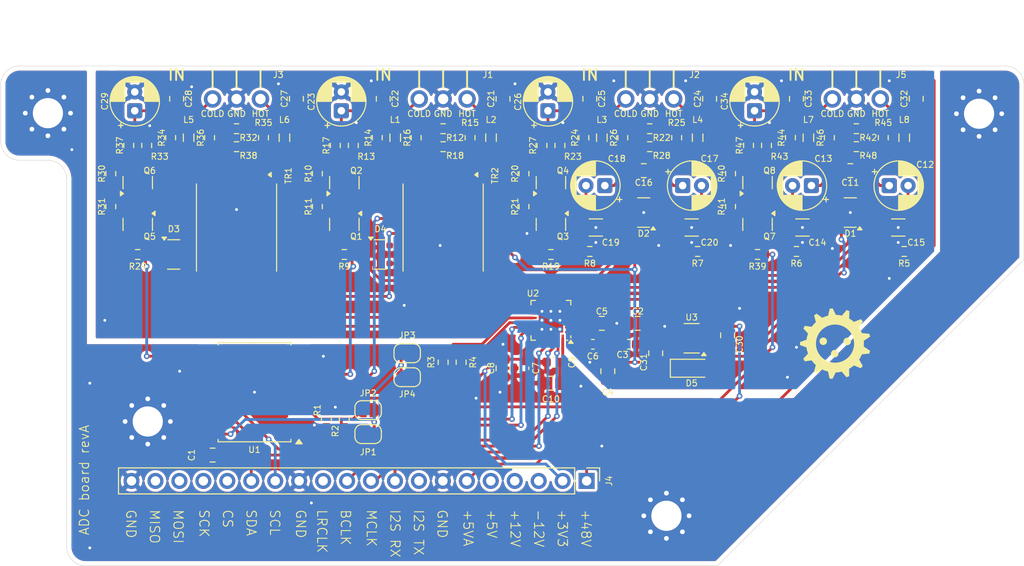
<source format=kicad_pcb>
(kicad_pcb (version 20241229) (generator "pcbnew") (generator_version "9.0")
  (layers (0 "F.Cu" signal) (4 "In1.Cu" signal) (6 "In2.Cu" signal) (2 "B.Cu" signal) (13 "F.Paste" user) (15 "B.Paste" user) (5 "F.SilkS" user "F.Silkscreen") (7 "B.SilkS" user "B.Silkscreen") (1 "F.Mask" user) (3 "B.Mask" user) (25 "Edge.Cuts" user))
  (net 0 "")
  (net 1 "Net-(U2-AREG)")
  (net 2 "GND")
  (net 3 "+3.3VA")
  (net 4 "Net-(U2-VREF)")
  (net 5 "+3.3V")
  (net 6 "Net-(U2-DREG)")
  (net 7 "/Balanced Input 1/Input frontend/COLD")
  (net 8 "/Balanced Input 1/Input frontend/HOT")
  (net 9 "/Balanced Input 1/HOT")
  (net 10 "/Balanced Input 1/COLD")
  (net 11 "/Balanced Input 2/Input frontend/COLD")
  (net 12 "/Balanced Input 2/Input frontend/HOT")
  (net 13 "/Balanced Input 2/HOT")
  (net 14 "/Balanced Input 2/COLD")
  (net 15 "Net-(J1-Pin_1)")
  (net 16 "Net-(J1-Pin_3)")
  (net 17 "Net-(J2-Pin_1)")
  (net 18 "Net-(J2-Pin_3)")
  (net 19 "Net-(J3-Pin_1)")
  (net 20 "Net-(J3-Pin_3)")
  (net 21 "+5VA")
  (net 22 "Net-(J5-Pin_1)")
  (net 23 "Net-(J5-Pin_3)")
  (net 24 "/Balanced Input 4/HOT")
  (net 25 "/Balanced Input 4/COLD")
  (net 26 "/Balanced Input 3/COLD")
  (net 27 "/Balanced Input 3/HOT")
  (net 29 "+48V")
  (net 31 "/Conn and power/I2S_RX")
  (net 32 "/Conn and power/SCL")
  (net 33 "/Conn and power/SDA")
  (net 34 "/Conn and power/I2S_MCLK")
  (net 42 "/Conn and power/I2S_BCLK")
  (net 43 "Net-(JP1-A)")
  (net 44 "Net-(JP2-A)")
  (net 45 "Net-(JP3-A)")
  (net 46 "Net-(JP4-A)")
  (net 47 "Net-(L1-Pad2)")
  (net 48 "Net-(L2-Pad2)")
  (net 49 "Net-(L3-Pad2)")
  (net 50 "Net-(L4-Pad2)")
  (net 51 "Net-(L5-Pad2)")
  (net 52 "Net-(L6-Pad2)")
  (net 53 "Net-(L7-Pad2)")
  (net 54 "Net-(L8-Pad2)")
  (net 55 "Net-(Q1-S)")
  (net 56 "/Balanced Input 3/PHANTOM")
  (net 57 "Net-(Q2-S)")
  (net 58 "Net-(Q2-G)")
  (net 59 "/Balanced Input 2/PHANTOM")
  (net 60 "Net-(Q3-S)")
  (net 61 "Net-(Q4-G)")
  (net 62 "Net-(Q4-S)")
  (net 63 "Net-(Q5-S)")
  (net 64 "/Balanced Input 4/PHANTOM")
  (net 65 "Net-(Q6-G)")
  (net 66 "Net-(Q6-S)")
  (net 67 "Net-(Q7-S)")
  (net 68 "/Balanced Input 1/PHANTOM")
  (net 69 "Net-(Q8-G)")
  (net 70 "Net-(Q8-S)")
  (net 71 "/Balanced Input 3/Input frontend/HOT")
  (net 72 "/Balanced Input 3/Input frontend/COLD")
  (net 73 "/Balanced Input 4/Input frontend/HOT")
  (net 74 "/Balanced Input 4/Input frontend/COLD")
  (net 87 "Net-(C13-Pad2)")
  (net 88 "Net-(C18-Pad2)")
  (net 89 "Net-(C12-Pad2)")
  (net 90 "Net-(C17-Pad2)")
  (net 91 "Net-(C23-Pad1)")
  (net 92 "Net-(C26-Pad1)")
  (net 93 "Net-(C29-Pad1)")
  (net 94 "Net-(C34-Pad1)")
  (footprint "Package_TO_SOT_SMD:SOT-23" (layer "F.Cu") (at 9.525 3.797613 -90)
    (property "Reference" "Q5")
    (property "Value" "2N7002")
  )
  (footprint "Inductor_SMD:L_0805_2012Metric" (layer "F.Cu") (at 25.0825 -5.394887 -90)
    (property "Reference" "L6")
    (property "Value" "10μH 15mA")
  )
  (footprint "Transformer_SMD:Transformer_Wuerth_750315371" (layer "F.Cu") (at 41.91 4.1275 -90)
    (property "Reference" "TR2")
    (property "Value" "750315371")
  )
  (footprint "Resistor_SMD:R_0603_1608Metric" (layer "F.Cu") (at 60.96 -5.394887 -90)
    (property "Reference" "R26")
    (property "Value" "2.2kΩ")
  )
  (footprint "Capacitor_SMD:C_0805_2012Metric" (layer "F.Cu") (at 92.075 -9.525 90)
    (property "Reference" "C32")
    (property "Value" "1nF 100V")
  )
  (footprint "Resistor_SMD:R_0603_1608Metric" (layer "F.Cu") (at 90.805 6.6675 180)
    (property "Reference" "R5")
    (property "Value" "1MΩ")
  )
  (footprint "Package_TO_SOT_SMD:SOT-23" (layer "F.Cu") (at 53.34 -0.632387 90)
    (property "Reference" "Q4")
    (property "Value" "SI2309CDS-T1-GE3")
  )
  (footprint "Package_TO_SOT_SMD:SOT-23" (layer "F.Cu") (at 9.525 -0.632387 90)
    (property "Reference" "Q6")
    (property "Value" "SI2309CDS-T1-GE3")
  )
  (footprint "Package_TO_SOT_SMD:SOT-23" (layer "F.Cu") (at 31.4325 3.797613 -90)
    (property "Reference" "Q1")
    (property "Value" "2N7002")
  )
  (footprint "Capacitor_THT:CP_Radial_D5.0mm_P2.00mm" (layer "F.Cu") (at 74.93 -8.255 90)
    (property "Reference" "C34")
    (property "Value" "10μF 100V")
  )
  (footprint "Capacitor_SMD:C_1206_3216Metric" (layer "F.Cu") (at 68.2625 4.1275 180)
    (property "Reference" "C20")
    (property "Value" "0Ω")
  )
  (footprint "Resistor_SMD:R_0603_1608Metric" (layer "F.Cu") (at 68.8975 6.6675 180)
    (property "Reference" "R7")
    (property "Value" "1MΩ")
  )
  (footprint "Capacitor_SMD:C_0603_1608Metric" (layer "F.Cu") (at 53.6575 18.415 180)
    (property "Reference" "C9")
    (property "Value" "100nF")
  )
  (footprint "Capacitor_SMD:C_0603_1608Metric" (layer "F.Cu") (at 61.595 16.51)
    (property "Reference" "C3")
    (property "Value" "100nF")
  )
  (footprint "Resistor_SMD:R_0603_1608Metric" (layer "F.Cu") (at 17.145 -5.394887 -90)
    (property "Reference" "R36")
    (property "Value" "2.2kΩ")
  )
  (footprint "Package_TO_SOT_SMD:SOT-143" (layer "F.Cu") (at 13.335 6.985)
    (property "Reference" "D3")
    (property "Value" "PRTR5V0U2X")
  )
  (footprint "Resistor_SMD:R_0603_1608Metric" (layer "F.Cu") (at 54.2925 -4.569887 90)
    (property "Reference" "R23")
    (property "Value" "470Ω")
  )
  (footprint "Resistor_SMD:R_0603_1608Metric" (layer "F.Cu") (at 78.74 -5.3975 -90)
    (property "Reference" "R44")
    (property "Value" "6.8kΩ")
  )
  (footprint "Resistor_SMD:R_0603_1608Metric" (layer "F.Cu") (at 85.725 -4.445 180)
    (property "Reference" "R48")
    (property "Value" "13kΩ")
  )
  (footprint "MountingHole:MountingHole_3.2mm_M3_Pad_Via" (layer "F.Cu") (at 10.587944 24.697056 -90)
    (property "Reference" "H1" (hide yes))
    (property "Value" "MountingHole_Pad")
  )
  (footprint "Package_TO_SOT_SMD:SOT-143" (layer "F.Cu") (at 35.2425 6.985)
    (property "Reference" "D4")
    (property "Value" "PRTR5V0U2X")
  )
  (footprint "Resistor_SMD:R_0603_1608Metric" (layer "F.Cu") (at 76.2 -4.5725 90)
    (property "Reference" "R43")
    (property "Value" "470Ω")
  )
  (footprint "Resistor_SMD:R_0603_1608Metric" (layer "F.Cu") (at 44.7675 -5.394887 -90)
    (property "Reference" "R15")
    (property "Value" "2.2kΩ")
  )
  (footprint "Resistor_SMD:R_0603_1608Metric" (layer "F.Cu") (at 57.4675 6.6675 180)
    (property "Reference" "R8")
    (property "Value" "1MΩ")
  )
  (footprint "Resistor_SMD:R_0603_1608Metric" (layer "F.Cu") (at 72.39 1.905 -90)
    (property "Reference" "R41")
    (property "Value" "100kΩ")
  )
  (footprint "Inductor_SMD:L_0805_2012Metric" (layer "F.Cu") (at 90.805 -5.3975 -90)
    (property "Reference" "L8")
    (property "Value" "10μH 15mA")
  )
  (footprint "Resistor_SMD:R_0603_1608Metric" (layer "F.Cu") (at 28.575 -1.584887 -90)
    (property "Reference" "R10")
    (property "Value" "22kΩ")
  )
  (footprint "Inductor_SMD:L_0805_2012Metric" (layer "F.Cu") (at 58.7375 -5.394887 -90)
    (property "Reference" "L3")
    (property "Value" "10μH 15mA")
  )
  (footprint "Jumper:SolderJumper-2_P1.3mm_Open_RoundedPad1.0x1.5mm" (layer "F.Cu") (at 38.1 17.4625 180)
    (property "Reference" "JP3")
    (property "Value" "Jumper_2_Small_Bridged")
  )
  (footprint "Resistor_SMD:R_0603_1608Metric" (layer "F.Cu") (at 74.295 -4.5725 -90)
    (property "Reference" "R47")
    (property "Value" "100kΩ")
  )
  (footprint "Inductor_SMD:L_0805_2012Metric" (layer "F.Cu") (at 46.99 -5.394887 -90)
    (property "Reference" "L2")
    (property "Value" "10μH 15mA")
  )
  (footprint "Resistor_SMD:R_0603_1608Metric" (layer "F.Cu") (at 41.91 -4.442387 180)
    (property "Reference" "R18")
    (property "Value" "13kΩ")
  )
  (footprint "Resistor_SMD:R_0603_1608Metric" (layer "F.Cu") (at 53.34 6.987613 180)
    (property "Reference" "R19")
    (property "Value" "10kΩ")
  )
  (footprint "Capacitor_SMD:C_0805_2012Metric" (layer "F.Cu") (at 72.0725 15.5575 -90)
    (property "Reference" "C30")
    (property "Value" "1μF")
  )
  (footprint "Package_SO:SOIC-16W_7.5x10.3mm_P1.27mm" (layer "F.Cu") (at 21.9075 21.59 180)
    (property "Reference" "U1")
    (property "Value" "TCA9534")
  )
  (footprint "Resistor_SMD:R_0603_1608Metric" (layer "F.Cu") (at 79.375 6.6675 180)
    (property "Reference" "R6")
    (property "Value" "1MΩ")
  )
  (footprint "Resistor_SMD:R_0603_1608Metric" (layer "F.Cu") (at 75.2475 6.985 180)
    (property "Reference" "R39")
    (property "Value" "10kΩ")
  )
  (footprint "Inductor_SMD:L_0805_2012Metric" (layer "F.Cu") (at 14.9225 -5.394887 -90)
    (property "Reference" "L5")
    (property "Value" "10μH 15mA")
  )
  (footprint "Capacitor_SMD:C_0805_2012Metric" (layer "F.Cu") (at 57.4675 -9.522387 -90)
    (property "Reference" "C25")
    (property "Value" "1nF 100V")
  )
  (footprint "Capacitor_SMD:C_0805_2012Metric" (layer "F.Cu") (at 62.5475 14.2875)
    (property "Reference" "C2")
    (property "Value" "10μF")
  )
  (footprint "Resistor_SMD:R_0603_1608Metric" (layer "F.Cu") (at 63.8175 -6.347387)
    (property "Reference" "R22")
    (property "Value" "6.8kΩ")
  )
  (footprint "Resistor_SMD:R_0603_1608Metric" (layer "F.Cu") (at 52.3875 -4.569887 -90)
    (property "Reference" "R27")
    (property "Value" "100kΩ")
  )
  (footprint "Capacitor_SMD:C_0805_2012Metric" (layer "F.Cu") (at 58.7375 14.2875)
    (property "Reference" "C5")
    (property "Value" "1μF")
  )
  (footprint "Package_TO_SOT_SMD:SOT-143" (layer "F.Cu") (at 63.1825 2.54 180)
    (property "Reference" "D2")
    (property "Value" "PRTR5V0U2X")
  )
  (footprint "Capacitor_SMD:C_0805_2012Metric" (layer "F.Cu") (at 63.1825 -1.905)
    (property "Reference" "C16")
    (property "Value" "2.2nF 100V")
  )
  (footprint "Transformer_SMD:Transformer_Wuerth_750315371" (layer "F.Cu") (at 20.0025 4.1275 -90)
    (property "Reference" "TR1")
    (property "Value" "750315371")
  )
  (footprint "Resistor_SMD:R_0603_1608Metric" (layer "F.Cu") (at 22.86 -5.394887 -90)
    (property "Reference" "R35")
    (property "Value" "2.2kΩ")
  )
  (footprint "Package_TO_SOT_SMD:SOT-23" (layer "F.Cu") (at 53.34 3.797613 -90)
    (property "Reference" "Q3")
    (property "Value" "2N7002")
  )
  (footprint "Capacitor_THT:CP_Radial_D5.0mm_P2.00mm" (layer "F.Cu") (at 89.214888 -0.3175)
    (property "Reference" "C12")
    (property "Value" "10μF 100V")
  )
  (footprint "Resistor_SMD:R_0603_1608Metric" (layer "F.Cu") (at 88.5825 -5.3975 -90)
    (property "Reference" "R45")
    (property "Value" "2.2kΩ")
  )
  (footprint "Package_TO_SOT_SMD:SOT-23" (layer "F.Cu") (at 31.4325 -0.632387 90)
    (property "Reference" "Q2")
    (property "Value" "SI2309CDS-T1-GE3")
  )
  (footprint "Resistor_SMD:R_0603_1608Metric" (layer "F.Cu") (at 20.0025 -6.347387)
    (property "Reference" "R32")
    (property "Value" "6.8kΩ")
  )
  (footprint "Resistor_SMD:R_0603_1608Metric" (layer "F.Cu") (at 28.575 1.907613 -90)
    (property "Reference" "R11")
    (property "Value" "100kΩ")
  )
  (footprint "Resistor_SMD:R_0603_1608Metric" (layer "F.Cu") (at 31.4325 6.987613 180)
    (property "Reference" "R9")
    (property "Value" "10kΩ")
  )
  (footprint "Capacitor_SMD:C_0805_2012Metric" (layer "F.Cu") (at 64.4525 17.4625 90)
    (property "Reference" "C31")
    (property "Value" "1μF")
  )
  (footprint "Capacitor_SMD:C_0805_2012Metric" (layer "F.Cu") (at 26.3525 -9.522387 90)
    (property "Reference" "C27")
    (property "Value" "1nF 100V")
  )
  (footprint "Resistor_SMD:R_0603_1608Metric" (layer "F.Cu") (at 41.91 -6.347387)
    (property "Reference" "R12")
    (property "Value" "6.8kΩ")
  )
  (footprint "Capacitor_THT:CP_Radial_D5.0mm_P2.00mm" (layer "F.Cu") (at 80.965113 -0.3175 180)
    (property "Reference" "C13")
    (property "Value" "10μF 100V")
  )
  (footprint "Resistor_SMD:R_0603_1608Metric" (layer "F.Cu") (at 66.675 -5.394887 -90)
    (property "Reference" "R25")
    (property "Value" "2.2kΩ")
  )
  (footprint "Resistor_SMD:R_0603_1608Metric" (layer "F.Cu") (at 31.4325 24.4475 90)
    (property "Reference" "R2")
    (property "Value" "100kΩ")
  )
  (footprint "Resistor_SMD:R_0603_1608Metric" (layer "F.Cu") (at 72.39 -1.5875 -90)
    (property "Reference" "R40")
    (property "Value" "22kΩ")
  )
  (footprint "Resistor_SMD:R_0603_1608Metric" (layer "F.Cu") (at 10.4775 -4.569887 90)
    (property "Reference" "R33")
    (property "Value" "470Ω")
  )
  (footprint "Resistor_SMD:R_0603_1608Metric" (layer "F.Cu") (at 34.925 -5.394887 -90)
    (property "Reference" "R14")
    (property "Value" "6.8kΩ")
  )
  (footprint "Capacitor_SMD:C_0805_2012Metric" (layer "F.Cu") (at 70.1675 -9.522387 90)
    (property "Reference" "C24")
    (property "Value" "1nF 100V")
  )
  (footprint "Capacitor_SMD:C_0805_2012Metric" (layer "F.Cu") (at 85.09 -1.905)
    (property "Reference" "C11")
    (property "Value" "2.2nF 100V")
  )
  (footprint "Inductor_SMD:L_0805_2012Metric" (layer "F.Cu") (at 36.83 -5.394887 -90)
    (property "Reference" "L1")
    (property "Value" "10μH 15mA")
  )
  (footprint "Package_DFN_QFN:WQFN-24-1EP_4x4mm_P0.5mm_EP2.6x2.6mm" (layer "F.Cu") (at 53.34 13.97 180)
    (property "Reference" "U2")
    (property "Value" "TAA3040")
  )
  (footprint "Connector_MTA-100:mta100_01x3_P2.54_640455-3" (layer "F.Cu") (at 66.3575 -9.499887 180)
    (property "Reference" "J2")
    (property "Value" "MTA100-3")
  )
  (footprint "Resistor_SMD:R_0603_1608Metric" (layer "F.Cu") (at 43.815 18.415 -90)
    (property "Reference" "R4")
    (property "Value" "100kΩ")
  )
  (footprint "Resistor_SMD:R_0603_1608Metric" (layer "F.Cu") (at 63.8175 -4.442387 180)
    (property "Reference" "R28")
    (property "Value" "13kΩ")
  )
  (footprint "Resistor_SMD:R_0603_1608Metric" (layer "F.Cu") (at 50.4825 -1.584887 -90)
    (property "Reference" "R20")
    (property "Value" "22kΩ")
  )
  (footprint "Capacitor_SMD:C_0603_1608Metric" (layer "F.Cu") (at 57.785 16.51)
    (property "Reference" "C6")
    (property "Value" "100nF")
  )
  (footprint "Connector_PinHeader_2.54mm:PinHeader_1x20_P2.54mm_Vertical" (layer "F.Cu") (at 57.125 31 -90)
    (property "Reference" "J4")
    (property "Value" "Interconnect")
  )
  (footprint "Resistor_SMD:R_0603_1608Metric" (layer "F.Cu") (at 39.0525 -5.394887 -90)
    (property "Reference" "R16")
    (property "Value" "2.2kΩ")
  )
  (footprint "Resistor_SMD:R_0603_1608Metric" (layer "F.Cu") (at 50.4825 1.907613 -90)
    (property "Reference" "R21")
    (property "Value" "100kΩ")
  )
  (footprint "Capacitor_SMD:C_0805_2012Metric" (layer "F.Cu") (at 59.3725 19.3675 -90)
    (property "Reference" "C4")
    (property "Value" "1μF")
  )
  (footprint "Capacitor_SMD:C_0805_2012Metric" (layer "F.Cu") (at 35.56 -9.522387 -90)
    (property "Reference" "C22")
    (property "Value" "1nF 100V")
  )
  (footprint "Resistor_SMD:R_0603_1608Metric" (layer "F.Cu") (at 41.91 18.415 -90)
    (property "Reference" "R3")
    (property "Value" "100kΩ")
  )
  (footprint "Capacitor_SMD:C_1206_3216Metric" (layer "F.Cu") (at 90.17 4.1275 180)
    (property "Reference" "C15")
    (property "Value" "0Ω")
  )
  (footprint "Connector_MTA-100:mta100_01x3_P2.54_640455-3" (layer "F.Cu") (at 44.45 -9.499887 180)
    (property "Reference" "J1")
    (property "Value" "MTA100-3")
  )
  (footprint "Jumper:SolderJumper-2_P1.3mm_Open_RoundedPad1.0x1.5mm" (layer "F.Cu") (at 38.1 20.0025 180)
    (property "Reference" "JP4")
    (property "Value" "Jumper_2_Small_Bridged")
  )
  (footprint "Capacitor_SMD:C_1206_3216Metric" (layer "F.Cu") (at 58.1025 4.1275)
    (property "Reference" "C19")
    (property "Value" "0Ω")
  )
  (footprint "Package_TO_SOT_SMD:SOT-143" (layer "F.Cu") (at 85.09 2.54 180)
    (property "Reference" "D1")
    (property "Value" "PRTR5V0U2X")
  )
  (footprint "Capacitor_THT:CP_Radial_D5.0mm_P2.00mm" (layer "F.Cu") (at 9.2075 -8.252387 90)
    (property "Reference" "C29")
    (property "Value" "10μF 100V")
  )
  (footprint "Package_TO_SOT_SMD:SOT-23" (layer "F.Cu") (at 75.2475 3.795 -90)
    (property "Reference" "Q7")
    (property "Value" "2N7002")
  )
  (footprint "Resistor_SMD:R_0603_1608Metric" (layer "F.Cu") (at 32.385 -4.569887 90)
    (property "Reference" "R13")
    (property "Value" "470Ω")
  )
  (footprint "Capacitor_SMD:C_0805_2012Metric" (layer "F.Cu") (at 48.26 19.05 -90)
    (property "Reference" "C8")
    (property "Value" "1μF")
  )
  (footprint "Capacitor_SMD:C_0805_2012Metric" (layer "F.Cu") (at 79.375 -9.525 -90)
    (property "Reference" "C33")
    (property "Value" "1nF 100V")
  )
  (footprint "Package_TO_SOT_SMD:SOT-23-5" (layer "F.Cu") (at 68.2625 15.875 180)
    (property "Reference" "U3")
    (property "Value" "LP5907MFX-3.3")
  )
  (footprint "Capacitor_THT:CP_Radial_D5.0mm_P2.00mm" (layer "F.Cu") (at 53.0225 -8.252387 90)
    (property "Reference" "C26")
    (property "Value" "10μF 100V")
  )
  (footprint "MountingHole:MountingHole_3.2mm_M3_Pad_Via" (layer "F.Cu") (at 0 -8)
    (property "Reference" "H4" (hide yes))
    (property "Value" "MountingHole_Pad")
  )
  (footprint "Capacitor_THT:CP_Radial_D5.0mm_P2.00mm" (layer "F.Cu") (at 31.115 -8.252387 90)
    (property "Reference" "C23")
    (property "Value" "10μF 100V")
  )
  (footprint "Resistor_SMD:R_0603_1608Metric" (layer "F.Cu") (at 6.6675 1.907613 -90)
    (property "Reference" "R31")
    (property "Value" "100kΩ")
  )
  (footprint "Resistor_SMD:R_0603_1608Metric" (layer "F.Cu") (at 29.5275 24.4475 90)
    (property "Reference" "R1")
    (property "Value" "100kΩ")
  )
  (footprint "Jumper:SolderJumper-2_P1.3mm_Open_RoundedPad1.0x1.5mm" (layer "F.Cu") (at 33.9575 26.035)
    (property "Reference" "JP1")
    (property "Value" "Jumper_2_Small_Bridged")
  )
  (footprint "Inductor_SMD:L_0805_2012Metric" (layer "F.Cu") (at 68.8975 -5.394887 -90)
    (property "Reference" "L4")
    (property "Value" "10μH 15mA")
  )
  (footprint "Package_TO_SOT_SMD:SOT-23" (layer "F.Cu") (at 75.2475 -0.635 90)
    (property "Reference" "Q8")
    (property "Value" "SI2309CDS-T1-GE3")
  )
  (footprint "Capacitor_SMD:C_0805_2012Metric" (layer "F.Cu") (at 48.26 -9.522387 90)
    (property "Reference" "C21")
    (property "Value" "1nF 100V")
  )
  (footprint "Capacitor_SMD:C_0805_2012Metric" (layer "F.Cu") (at 17.4625 28.2575)
    (property "Reference" "C1")
    (property "Value" "1μF")
  )
  (footprint "Connector_MTA-100:mta100_01x3_P2.54_640455-3" (layer "F.Cu") (at 22.5425 -9.499887 180)
    (property "Reference" "J3")
    (property "Value" "MTA100-3")
  )
  (footprint "Jumper:SolderJumper-2_P1.3mm_Open_RoundedPad1.0x1.5mm" (layer "F.Cu") (at 33.9575 23.495)
    (property "Reference" "JP2")
    (property "Value" "Jumper_2_Small_Bridged")
  )
  (footprint "Connector_MTA-100:mta100_01x3_P2.54_640455-3" (layer "F.Cu") (at 88.265 -9.5025 180)
    (property "Reference" "J5")
    (property "Value" "MTA100-3")
  )
  (footprint "Resistor_SMD:R_0603_1608Metric" (layer "F.Cu") (at 56.8325 -5.394887 -90)
    (property "Reference" "R24")
    (property "Value" "6.8kΩ")
  )
  (footprint "Resistor_SMD:R_0603_1608Metric" (layer "F.Cu") (at 85.725 -6.35)
    (property "Reference" "R42")
    (property "Value" "6.8kΩ")
  )
  (footprint "Diode_SMD:Nexperia_CFP3_SOD-123W" (layer "F.Cu") (at 68.2625 19.05)
    (property "Reference" "D5")
    (property "Value" "PTVS5V0S1UR,115")
  )
  (footprint "Capacitor_SMD:C_1206_3216Metric" (layer "F.Cu") (at 80.01 4.1275)
    (property "Reference" "C14")
    (property "Value" "0Ω")
  )
  (footprint "Resistor_SMD:R_0603_1608Metric" (layer "F.Cu") (at 9.525 6.987613 180)
    (property "Reference" "R29")
    (property "Value" "10kΩ")
  )
  (footprint "Resistor_SMD:R_0603_1608Metric" (layer "F.Cu") (at 30.48 -4.569887 -90)
    (property "Reference" "R17")
    (property "Value" "100kΩ")
  )
  (footprint "Capacitor_SMD:C_0805_2012Metric" (layer "F.Cu") (at 13.6525 -9.522387 -90)
    (property "Reference" "C28")
    (property "Value" "1nF 100V")
  )
  (footprint "Resistor_SMD:R_0603_1608Metric" (layer "F.Cu") (at 13.0175 -5.394887 -90)
    (property "Reference" "R34")
    (property "Value" "6.8kΩ")
  )
  (footprint "Resistor_SMD:R_0603_1608Metric" (layer "F.Cu") (at 6.6675 -1.584887 -90)
    (property "Reference" "R30")
    (property "Value" "22kΩ")
  )
  (footprint "Capacitor_THT:CP_Radial_D5.0mm_P2.00mm" (layer "F.Cu") (at 67.307388 -0.3175)
    (property "Reference" "C17")
    (property "Value" "10μF 100V")
  )
  (footprint "Capacitor_THT:CP_Radial_D5.0mm_P2.00mm" (layer "F.Cu") (at 59.057613 -0.3175 180)
    (property "Reference" "C18")
    (property "Value" "10μF 100V")
  )
  (footprint "Capacitor_SMD:C_0805_2012Metric" (layer "F.Cu") (at 53.34 20.6375 180)
    (property "Reference" "C10")
    (property "Value" "10μF")
  )
  (footprint "Resistor_SMD:R_0603_1608Metric" (layer "F.Cu") (at 8.5725 -4.569887 -90)
    (property "Reference" "R37")
    (property "Value" "100kΩ")
  )
  (footprint "MountingHole:MountingHole_3.2mm_M3_Pad_Via" (layer "F.Cu") (at 65.587944 34.697056 -90)
    (property "Reference" "H2" (hide yes))
    (property "Value" "MountingHole_Pad")
  )
  (footprint "Resistor_SMD:R_0603_1608Metric" (layer "F.Cu") (at 82.8675 -5.3975 -90)
    (property "Reference" "R46")
    (property "Value" "2.2kΩ")
  )
  (footprint "Inductor_SMD:L_0805_2012Metric" (layer "F.Cu") (at 80.645 -5.3975 -90)
    (property "Reference" "L7")
    (property "Value" "10μH 15mA")
  )
  (footprint "Resistor_SMD:R_0603_1608Metric" (layer "F.Cu") (at 20.0025 -4.442387 180)
    (property "Reference" "R38")
    (property "Value" "13kΩ")
  )
  (footprint "MountingHole:MountingHole_3.2mm_M3_Pad_Via" (layer "F.Cu") (at 98.7425 -7.9375)
    (property "Reference" "H3" (hide yes))
    (property "Value" "MountingHole_Pad")
  )
  (footprint "Capacitor_SMD:C_0603_1608Metric" (layer "F.Cu") (at 50.4825 19.05 -90)
    (property "Reference" "C7")
    (property "Value" "100nF")
  )
  (gr_poly (pts (xy 82.23902 15.792067) (xy 82.259176 15.793599) (xy 82.27904 15.796123) (xy 82.298585 15.799613) (xy 82.317787 15.804044) (xy 82.336621 15.809392) (xy 82.355062 15.815631) (xy 82.373086 15.822737) (xy 82.390666 15.830684) (xy 82.407779 15.839448) (xy 82.424399 15.849004) (xy 82.440502 15.859327) (xy 82.456062 15.870392) (xy 82.471055 15.882173) (xy 82.485455 15.894647) (xy 82.499238 15.907788) (xy 82.512379 15.921571) (xy 82.524853 15.935971) (xy 82.536635 15.950964) (xy 82.547699 15.966524) (xy 82.558022 15.982627) (xy 82.567578 15.999247) (xy 82.576342 16.01636) (xy 82.584289 16.033941) (xy 82.591395 16.051964) (xy 82.597634 16.070405) (xy 82.602982 16.089239) (xy 82.607413 16.108441) (xy 82.610903 16.127987) (xy 82.613427 16.14785) (xy 82.61496 16.168007) (xy 82.615476 16.188431) (xy 82.61496 16.208856) (xy 82.613427 16.229013) (xy 82.610903 16.248876) (xy 82.607413 16.268422) (xy 82.602982 16.287624) (xy 82.597634 16.306458) (xy 82.591395 16.324899) (xy 82.584289 16.342922) (xy 82.576342 16.360503) (xy 82.567578 16.377616) (xy 82.558022 16.394236) (xy 82.547699 16.410339) (xy 82.536635 16.425899) (xy 82.524853 16.440892) (xy 82.512379 16.455292) (xy 82.499238 16.469075) (xy 82.485455 16.482216) (xy 82.471055 16.49469) (xy 82.456062 16.506471) (xy 82.440502 16.517536) (xy 82.424399 16.527859) (xy 82.407779 16.537414) (xy 82.390666 16.546179) (xy 82.373086 16.554126) (xy 82.355062 16.561232) (xy 82.336621 16.567471) (xy 82.317787 16.572819) (xy 82.298585 16.57725) (xy 82.27904 16.58074) (xy 82.259176 16.583264) (xy 82.23902 16.584796) (xy 82.218595 16.585313) (xy 82.19817 16.584796) (xy 82.178013 16.583264) (xy 82.15815 16.58074) (xy 82.138605 16.57725) (xy 82.119403 16.572819) (xy 82.100568 16.567471) (xy 82.082127 16.561232) (xy 82.064104 16.554126) (xy 82.046523 16.546179) (xy 82.02941 16.537414) (xy 82.01279 16.527859) (xy 81.996688 16.517536) (xy 81.981127 16.506471) (xy 81.966135 16.49469) (xy 81.951734 16.482216) (xy 81.937951 16.469075) (xy 81.92481 16.455292) (xy 81.912337 16.440892) (xy 81.900555 16.425899) (xy 81.88949 16.410339) (xy 81.879168 16.394236) (xy 81.869612 16.377616) (xy 81.860848 16.360503) (xy 81.8529 16.342922) (xy 81.845795 16.324899) (xy 81.839555 16.306458) (xy 81.834208 16.287624) (xy 81.829776 16.268422) (xy 81.826286 16.248876) (xy 81.823763 16.229013) (xy 81.82223 16.208856) (xy 81.821714 16.188431) (xy 81.82223 16.168007) (xy 81.823763 16.14785) (xy 81.826286 16.127987) (xy 81.829776 16.108441) (xy 81.834208 16.089239) (xy 81.839555 16.070405) (xy 81.845795 16.051964) (xy 81.8529 16.033941) (xy 81.860848 16.01636) (xy 81.869612 15.999247) (xy 81.879168 15.982627) (xy 81.88949 15.966524) (xy 81.900555 15.950964) (xy 81.912337 15.935971) (xy 81.92481 15.921571) (xy 81.937951 15.907788) (xy 81.951734 15.894647) (xy 81.966135 15.882173) (xy 81.981127 15.870392) (xy 81.996688 15.859327) (xy 82.01279 15.849004) (xy 82.02941 15.839448) (xy 82.046523 15.830684) (xy 82.064104 15.822737) (xy 82.082127 15.815631) (xy 82.100568 15.809392) (xy 82.119403 15.804044) (xy 82.138605 15.799613) (xy 82.15815 15.796123) (xy 82.178013 15.793599) (xy 82.19817 15.792067) (xy 82.218595 15.79155)) (stroke (width -0.000001)) (fill yes) (layer "F.SilkS"))
  (gr_poly (pts (xy 83.554822 13.385361) (xy 83.635653 13.388891) (xy 83.716322 13.394554) (xy 83.796786 13.402346) (xy 83.877002 13.412259) (xy 83.956929 13.424288) (xy 84.036523 13.438426) (xy 84.115744 13.454668) (xy 84.194547 13.473008) (xy 84.196546 13.465348) (xy 84.691907 12.882523) (xy 84.988279 12.995682) (xy 84.969129 13.760392) (xy 84.961118 13.775071) (xy 85.03077 13.815309) (xy 85.099305 13.85734) (xy 85.166691 13.901142) (xy 85.232892 13.94669) (xy 85.297875 13.993963) (xy 85.361604 14.042936) (xy 85.424046 14.093586) (xy 85.485166 14.14589) (xy 85.500058 14.128617) (xy 86.209516 13.842789) (xy 86.419324 14.080735) (xy 86.046994 14.748887) (xy 86.024198 14.764085) (xy 86.067223 14.831743) (xy 86.10844 14.900476) (xy 86.147831 14.970245) (xy 86.185375 15.041013) (xy 86.221052 15.11274) (xy 86.254844 15.185389) (xy 86.286731 15.258921) (xy 86.316694 15.333298) (xy 86.346097 15.321702) (xy 87.107053 15.398362) (xy 87.182294 15.706467) (xy 86.542112 16.125108) (xy 86.511335 16.128464) (xy 86.515118 16.167398) (xy 86.518402 16.206374) (xy 86.521185 16.245389) (xy 86.523467 16.284436) (xy 86.52525 16.32351) (xy 86.526533 16.362606) (xy 86.527317 16.401719) (xy 86.527601 16.440842) (xy 86.526877 16.481816) (xy 86.525608 16.522769) (xy 86.523795 16.563696) (xy 86.521436 16.604592) (xy 86.518531 16.645451) (xy 86.515078 16.686267) (xy 86.511077 16.727034) (xy 86.506528 16.767747) (xy 86.540647 16.771562) (xy 87.178876 17.19307) (xy 87.102308 17.50084) (xy 86.34094 17.574082) (xy 86.313504 17.563127) (xy 86.282955 17.637298) (xy 86.250485 17.710604) (xy 86.216115 17.783008) (xy 86.179864 17.854474) (xy 86.141752 17.924966) (xy 86.101799 17.994447) (xy 86.060024 18.062882) (xy 86.016446 18.130235) (xy 86.03935 18.145555) (xy 86.408689 18.815385) (xy 86.197767 19.052354) (xy 85.489621 18.763261) (xy 85.475415 18.74669) (xy 85.414101 18.798831) (xy 85.351465 18.849312) (xy 85.287544 18.898111) (xy 85.222371 18.945203) (xy 85.155983 18.990565) (xy 85.088414 19.034175) (xy 85.019698 19.076009) (xy 84.949872 19.116044) (xy 84.956968 19.129197) (xy 84.972669 19.893907) (xy 84.675763 20.005723) (xy 84.183042 19.420701) (xy 84.181043 19.41179) (xy 84.102212 19.429658) (xy 84.022979 19.445425) (xy 83.943384 19.459088) (xy 83.863471 19.470643) (xy 83.783281 19.480087) (xy 83.702857 19.487415) (xy 83.622239 19.492625) (xy 83.541471 19.495713) (xy 83.541471 19.497056) (xy 83.199949 20.181504) (xy 82.885175 20.142564) (xy 82.720639 19.403398) (xy 82.641355 19.382404) (xy 82.562706 19.359306) (xy 82.484731 19.334118) (xy 82.407474 19.306855) (xy 82.330974 19.277532) (xy 82.255272 19.246164) (xy 82.18041 19.212767) (xy 82.106427 19.177354) (xy 81.49661 19.612382) (xy 81.235944 19.431535) (xy 81.427243 18.712602) (xy 81.366114 18.656317) (xy 81.306571 18.598424) (xy 81.248645 18.538959) (xy 81.192365 18.477956) (xy 81.137762 18.415449) (xy 81.084865 18.351473) (xy 81.033705 18.286064) (xy 80.984311 18.219254) (xy 80.252836 18.31688) (xy 80.106107 18.0356) (xy 80.601728 17.493028) (xy 80.573943 17.414051) (xy 80.548342 17.334392) (xy 80.524936 17.254096) (xy 80.503738 17.173207) (xy 80.484757 17.091771) (xy 80.468006 17.009831) (xy 80.453495 16.927433) (xy 80.441236 16.844621) (xy 79.753614 16.591752) (xy 79.753793 16.414419) (xy 81.446528 16.414419) (xy 81.447794 16.514748) (xy 81.454131 16.615636) (xy 81.465632 16.71693) (xy 81.48239 16.818476) (xy 81.504499 16.920121) (xy 81.531712 17.020517) (xy 81.563628 17.118359) (xy 81.600094 17.213556) (xy 81.640955 17.306013) (xy 81.686059 17.395637) (xy 81.735251 17.482336) (xy 81.788379 17.566015) (xy 81.84529 17.646583) (xy 81.905829 17.723944) (xy 81.969843 17.798007) (xy 82.037178 17.868678) (xy 82.107682 17.935863) (xy 82.181201 17.99947) (xy 82.257581 18.059405) (xy 82.336669 18.115574) (xy 82.418311 18.167886) (xy 82.502355 18.216246) (xy 82.588646 18.26056) (xy 82.677031 18.300737) (xy 82.767356 18.336683) (xy 82.859469 18.368304) (xy 82.953215 18.395507) (xy 83.048442 18.418198) (xy 83.144996 18.436286) (xy 83.242723 18.449676) (xy 83.341469 18.458275) (xy 83.441083 18.46199) (xy 83.541409 18.460727) (xy 83.642295 18.454394) (xy 83.743587 18.442897) (xy 83.845131 18.426143) (xy 83.946775 18.404038) (xy 84.047176 18.376825) (xy 84.145023 18.344908) (xy 84.240224 18.308442) (xy 84.332686 18.26758) (xy 84.422314 18.222474) (xy 84.509016 18.17328) (xy 84.592699 18.12015) (xy 84.673268 18.063238) (xy 84.750632 18.002696) (xy 84.824697 17.93868) (xy 84.895369 17.871342) (xy 84.962555 17.800835) (xy 85.026163 17.727313) (xy 85.086098 17.65093) (xy 85.142268 17.571839) (xy 85.194579 17.490193) (xy 85.242939 17.406147) (xy 85.287253 17.319853) (xy 85.327429 17.231464) (xy 85.363373 17.141135) (xy 85.394992 17.049019) (xy 85.422193 16.95527) (xy 85.444882 16.86004) (xy 85.462967 16.763483) (xy 85.476355 16.665754) (xy 85.484951 16.567004) (xy 85.488662 16.467388) (xy 85.487396 16.367059) (xy 85.48106 16.266171) (xy 85.469559 16.164877) (xy 85.452801 16.063331) (xy 85.430692 15.961686) (xy 85.4075 15.875) (xy 85.380734 15.790084) (xy 85.350488 15.70701) (xy 85.316859 15.625849) (xy 85.279941 15.546674) (xy 85.23983 15.469557) (xy 85.196621 15.394568) (xy 85.150409 15.32178) (xy 85.101289 15.251265) (xy 85.049356 15.183093) (xy 84.937435 15.054071) (xy 84.815406 14.935288) (xy 84.684032 14.827317) (xy 84.544073 14.730733) (xy 84.396293 14.64611) (xy 84.241451 14.574022) (xy 84.161621 14.542859) (xy 84.080311 14.515044) (xy 83.997617 14.49065) (xy 83.913634 14.469749) (xy 83.828457 14.452413) (xy 83.742182 14.438712) (xy 83.654903 14.42872) (xy 83.566716 14.422507) (xy 83.477716 14.420146) (xy 83.387998 14.421708) (xy 83.337517 14.424338) (xy 83.287141 14.428223) (xy 83.236894 14.43336) (xy 83.186799 14.439748) (xy 83.136881 14.447384) (xy 83.087161 14.456268) (xy 83.037665 14.466396) (xy 82.988416 14.477769) (xy 82.888015 14.504982) (xy 82.790168 14.536899) (xy 82.694966 14.573365) (xy 82.602505 14.614227) (xy 82.512877 14.659333) (xy 82.426175 14.708527) (xy 82.342492 14.761657) (xy 82.261922 14.818569) (xy 82.184559 14.879111) (xy 82.110494 14.943127) (xy 82.039822 15.010465) (xy 81.972635 15.080972) (xy 81.909028 15.154494) (xy 81.849092 15.230877) (xy 81.792923 15.309968) (xy 81.740611 15.391614) (xy 81.692252 15.47566) (xy 81.647938 15.561955) (xy 81.607762 15.650343) (xy 81.571818 15.740672) (xy 81.540199 15.832788) (xy 81.512998 15.926537) (xy 81.490308 16.021767) (xy 81.472223 16.118324) (xy 81.458836 16.216053) (xy 81.45024 16.314803) (xy 81.446528 16.414419) (xy 79.753793 16.414419) (xy 79.753934 16.274522) (xy 80.442609 16.024735) (xy 80.454987 15.941822) (xy 80.469624 15.859326) (xy 80.48651 15.777294) (xy 80.505632 15.695771) (xy 80.526978 15.614803) (xy 80.550537 15.534436) (xy 80.576297 15.454715) (xy 80.604245 15.375687) (xy 80.112912 14.832169) (xy 80.260968 14.551591) (xy 80.992521 14.652817) (xy 81.042023 14.586025) (xy 81.093294 14.520643) (xy 81.146301 14.456702) (xy 81.201015 14.394238) (xy 81.257404 14.333283) (xy 81.315439 14.273871) (xy 81.375089 14.216034) (xy 81.436322 14.159806) (xy 81.249082 13.441331) (xy 81.510541 13.261704) (xy 82.119397 13.700669) (xy 82.193384 13.66546) (xy 82.268249 13.63226) (xy 82.34395 13.601086) (xy 82.420446 13.571954) (xy 82.497694 13.544878) (xy 82.575652 13.519875) (xy 82.654279 13.496961) (xy 82.733533 13.476151) (xy 82.901395 12.737839) (xy 83.216443 12.700303)) (stroke (width -0.000001)) (fill yes) (layer "F.SilkS"))
  (gr_poly (pts (xy 83.453786 17.102004) (xy 83.473941 17.103536) (xy 83.493804 17.10606) (xy 83.513348 17.10955) (xy 83.532549 17.113981) (xy 83.551383 17.119329) (xy 83.569824 17.125568) (xy 83.587847 17.132674) (xy 83.605427 17.140621) (xy 83.62254 17.149385) (xy 83.63916 17.158941) (xy 83.655263 17.169264) (xy 83.670823 17.180329) (xy 83.685816 17.19211) (xy 83.700217 17.204584) (xy 83.714 17.217725) (xy 83.727141 17.231508) (xy 83.739615 17.245908) (xy 83.751397 17.260901) (xy 83.762463 17.276461) (xy 83.772786 17.292564) (xy 83.782342 17.309184) (xy 83.791107 17.326297) (xy 83.799055 17.343877) (xy 83.806161 17.361901) (xy 83.8124 17.380342) (xy 83.817749 17.399176) (xy 83.82218 17.418378) (xy 83.82567 17.437923) (xy 83.828194 17.457787) (xy 83.829727 17.477943) (xy 83.830243 17.498368) (xy 83.829727 17.518793) (xy 83.828194 17.53895) (xy 83.82567 17.558813) (xy 83.82218 17.578358) (xy 83.817749 17.59756) (xy 83.8124 17.616395) (xy 83.806161 17.634836) (xy 83.799055 17.652859) (xy 83.791107 17.67044) (xy 83.782342 17.687553) (xy 83.772786 17.704173) (xy 83.762463 17.720275) (xy 83.751397 17.735836) (xy 83.739615 17.750828) (xy 83.727141 17.765229) (xy 83.714 17.779012) (xy 83.700217 17.792153) (xy 83.685816 17.804626) (xy 83.670823 17.816408) (xy 83.655263 17.827473) (xy 83.63916 17.837795) (xy 83.62254 17.847351) (xy 83.605427 17.856115) (xy 83.587847 17.864063) (xy 83.569824 17.871169) (xy 83.551383 17.877408) (xy 83.532549 17.882755) (xy 83.513348 17.887187) (xy 83.493804 17.890677) (xy 83.473941 17.8932) (xy 83.453786 17.894733) (xy 83.433362 17.895249) (xy 83.412937 17.894733) (xy 83.392781 17.8932) (xy 83.372917 17.890677) (xy 83.353372 17.887187) (xy 83.334169 17.882755) (xy 83.315334 17.877408) (xy 83.296893 17.871169) (xy 83.278869 17.864063) (xy 83.261288 17.856115) (xy 83.244174 17.847351) (xy 83.227554 17.837795) (xy 83.21145 17.827473) (xy 83.195889 17.816408) (xy 83.180896 17.804626) (xy 83.166495 17.792153) (xy 83.152711 17.779012) (xy 83.13957 17.765229) (xy 83.127095 17.750828) (xy 83.115313 17.735836) (xy 83.104247 17.720275) (xy 83.093924 17.704173) (xy 83.084368 17.687553) (xy 83.075603 17.67044) (xy 83.067655 17.652859) (xy 83.060549 17.634836) (xy 83.054309 17.616395) (xy 83.048961 17.59756) (xy 83.044529 17.578358) (xy 83.041039 17.558813) (xy 83.038515 17.53895) (xy 83.036982 17.518793) (xy 83.036466 17.498368) (xy 83.036982 17.477943) (xy 83.038515 17.457787) (xy 83.041039 17.437923) (xy 83.044529 17.418378) (xy 83.048961 17.399176) (xy 83.054309 17.380342) (xy 83.060549 17.361901) (xy 83.067655 17.343877) (xy 83.075603 17.326297) (xy 83.084368 17.309184) (xy 83.093924 17.292564) (xy 83.104247 17.276461) (xy 83.115313 17.260901) (xy 83.127095 17.245908) (xy 83.13957 17.231508) (xy 83.152711 17.217725) (xy 83.166495 17.204584) (xy 83.180896 17.19211) (xy 83.195889 17.180329) (xy 83.21145 17.169264) (xy 83.227554 17.158941) (xy 83.244174 17.149385) (xy 83.261288 17.140621) (xy 83.278869 17.132674) (xy 83.296893 17.125568) (xy 83.315334 17.119329) (xy 83.334169 17.113981) (xy 83.353372 17.10955) (xy 83.372917 17.10606) (xy 83.392781 17.103536) (xy 83.412937 17.102004) (xy 83.433362 17.101487)) (stroke (width -0.000001)) (fill yes) (layer "F.SilkS"))
  (gr_poly (pts (xy 84.7824 15.810103) (xy 84.802557 15.811635) (xy 84.822421 15.814159) (xy 84.841966 15.817649) (xy 84.861169 15.82208) (xy 84.880003 15.827428) (xy 84.898445 15.833667) (xy 84.916469 15.840773) (xy 84.93405 15.84872) (xy 84.951163 15.857484) (xy 84.967784 15.86704) (xy 84.983888 15.877363) (xy 84.999448 15.888428) (xy 85.014442 15.900209) (xy 85.028843 15.912683) (xy 85.042627 15.925824) (xy 85.055768 15.939607) (xy 85.068243 15.954007) (xy 85.080025 15.969) (xy 85.09109 15.98456) (xy 85.101414 16.000663) (xy 85.11097 16.017283) (xy 85.119735 16.034396) (xy 85.127683 16.051976) (xy 85.134789 16.07) (xy 85.141029 16.088441) (xy 85.146377 16.107275) (xy 85.150809 16.126477) (xy 85.154299 16.146023) (xy 85.156823 16.165886) (xy 85.158356 16.186042) (xy 85.158872 16.206467) (xy 85.158356 16.226892) (xy 85.156823 16.247049) (xy 85.154299 16.266912) (xy 85.150809 16.286457) (xy 85.146377 16.30566) (xy 85.141029 16.324494) (xy 85.134789 16.342935) (xy 85.127683 16.360958) (xy 85.119735 16.378539) (xy 85.11097 16.395652) (xy 85.101414 16.412272) (xy 85.09109 16.428375) (xy 85.080025 16.443935) (xy 85.068243 16.458927) (xy 85.055768 16.473328) (xy 85.042627 16.487111) (xy 85.028843 16.500252) (xy 85.014442 16.512725) (xy 84.999448 16.524507) (xy 84.983888 16.535572) (xy 84.967784 16.545894) (xy 84.951163 16.55545) (xy 84.93405 16.564214) (xy 84.916469 16.572162) (xy 84.898445 16.579268) (xy 84.880003 16.585507) (xy 84.861169 16.590855) (xy 84.841966 16.595286) (xy 84.822421 16.598776) (xy 84.802557 16.6013) (xy 84.7824 16.602832) (xy 84.761976 16.603348) (xy 84.741552 16.602832) (xy 84.721397 16.6013) (xy 84.701534 16.598776) (xy 84.68199 16.595286) (xy 84.662788 16.590855) (xy 84.643955 16.585507) (xy 84.625514 16.579268) (xy 84.607491 16.572162) (xy 84.589911 16.564214) (xy 84.572798 16.55545) (xy 84.556178 16.545894) (xy 84.540075 16.535572) (xy 84.524515 16.524507) (xy 84.509522 16.512725) (xy 84.495121 16.500252) (xy 84.481338 16.487111) (xy 84.468197 16.473328) (xy 84.455722 16.458927) (xy 84.44394 16.443935) (xy 84.432875 16.428375) (xy 84.422552 16.412272) (xy 84.412996 16.395652) (xy 84.404231 16.378539) (xy 84.396283 16.360958) (xy 84.389177 16.342935) (xy 84.382937 16.324494) (xy 84.377589 16.30566) (xy 84.373158 16.286457) (xy 84.369667 16.266912) (xy 84.367143 16.247049) (xy 84.365611 16.226892) (xy 84.365094 16.206467) (xy 84.365611 16.186042) (xy 84.367143 16.165886) (xy 84.369667 16.146023) (xy 84.373158 16.126477) (xy 84.377589 16.107275) (xy 84.382937 16.088441) (xy 84.389177 16.07) (xy 84.396283 16.051976) (xy 84.404231 16.034396) (xy 84.412996 16.017283) (xy 84.422552 16.000663) (xy 84.432875 15.98456) (xy 84.44394 15.969) (xy 84.455722 15.954007) (xy 84.468197 15.939607) (xy 84.481338 15.925824) (xy 84.495121 15.912683) (xy 84.509522 15.900209) (xy 84.524515 15.888428) (xy 84.540075 15.877363) (xy 84.556178 15.86704) (xy 84.572798 15.857484) (xy 84.589911 15.84872) (xy 84.607491 15.840773) (xy 84.625514 15.833667) (xy 84.643955 15.827428) (xy 84.662788 15.82208) (xy 84.68199 15.817649) (xy 84.701534 15.814159) (xy 84.721397 15.811635) (xy 84.741552 15.810103) (xy 84.761976 15.809586)) (stroke (width -0.000001)) (fill yes) (layer "F.SilkS"))
  (gr_line (start 103.505 7.5) (end 71 40) (stroke (width 0.05)) (layer "Edge.Cuts"))
  (gr_arc (start 101.5 -13) (mid 102.914214 -12.414214) (end 103.5 -11) (stroke (width 0.05)) (layer "Edge.Cuts"))
  (gr_line (start 2 38) (end 2 -1) (stroke (width 0.05)) (layer "Edge.Cuts"))
  (gr_arc (start -5 -11) (mid -4.414214 -12.414214) (end -3 -13) (stroke (width 0.05)) (layer "Edge.Cuts"))
  (gr_line (start -5 -11) (end -5 -5) (stroke (width 0.05)) (layer "Edge.Cuts"))
  (gr_line (start 71 40) (end 4 40) (stroke (width 0.05)) (layer "Edge.Cuts"))
  (gr_line (start 0 -3) (end -3 -3) (stroke (width 0.05)) (layer "Edge.Cuts"))
  (gr_arc (start 0 -3) (mid 1.414214 -2.414214) (end 2 -1) (stroke (width 0.05)) (layer "Edge.Cuts"))
  (gr_line (start 103.5 -11) (end 103.5 7.5) (stroke (width 0.05)) (layer "Edge.Cuts"))
  (gr_arc (start -3 -3) (mid -4.414214 -3.585786) (end -5 -5) (stroke (width 0.05)) (layer "Edge.Cuts"))
  (gr_line (start -3 -13) (end 101.5 -13) (stroke (width 0.05)) (layer "Edge.Cuts"))
  (gr_arc (start 4 40) (mid 2.585786 39.414214) (end 2 38) (stroke (width 0.05)) (layer "Edge.Cuts"))
  (gr_text "MCLK" (at 33.727312 33.966811 270) (layer "F.SilkS") (effects (font (size 1 1) (thickness 0.1)) (justify left bottom)))
  (gr_text "SDA" (at 20.977312 33.966811 270) (layer "F.SilkS") (effects (font (size 1 1) (thickness 0.1)) (justify left bottom)))
  (gr_text "+12V" (at 48.977312 33.966811 270) (layer "F.SilkS") (effects (font (size 1 1) (thickness 0.1)) (justify left bottom)))
  (gr_text "+5VA" (at 43.977312 33.966811 270) (layer "F.SilkS") (effects (font (size 1 1) (thickness 0.1)) (justify left bottom)))
  (gr_text "-12V" (at 51.477312 33.966811 270) (layer "F.SilkS") (effects (font (size 1 1) (thickness 0.1)) (justify left bottom)))
  (gr_text "LRCLK" (at 28.477312 33.966811 270) (layer "F.SilkS") (effects (font (size 1 1) (thickness 0.1)) (justify left bottom)))
  (gr_text "BCLK" (at 30.977312 33.966811 270) (layer "F.SilkS") (effects (font (size 1 1) (thickness 0.1)) (justify left bottom)))
  (gr_text "MOSI" (at 13.227312 33.966811 270) (layer "F.SilkS") (effects (font (size 1 1) (thickness 0.1)) (justify left bottom)))
  (gr_text "MISO" (at 10.727312 33.966811 270) (layer "F.SilkS") (effects (font (size 1 1) (thickness 0.1)) (justify left bottom)))
  (gr_text "+5V" (at 46.477312 33.966811 270) (layer "F.SilkS") (effects (font (size 1 1) (thickness 0.1)) (justify left bottom)))
  (gr_text "GND" (at 26.227312 33.966811 270) (layer "F.SilkS") (effects (font (size 1 1) (thickness 0.1)) (justify left bottom)))
  (gr_text "+3V3" (at 53.977312 33.966811 270) (layer "F.SilkS") (effects (font (size 1 1) (thickness 0.1)) (justify left bottom)))
  (gr_text "+48V" (at 56.477312 33.966811 270) (layer "F.SilkS") (effects (font (size 1 1) (thickness 0.1)) (justify left bottom)))
  (gr_text "GND" (at 41.227312 33.966811 270) (layer "F.SilkS") (effects (font (size 1 1) (thickness 0.1)) (justify left bottom)))
  (gr_text "GND" (at 8.227312 33.966811 270) (layer "F.SilkS") (effects (font (size 1 1) (thickness 0.1)) (justify left bottom)))
  (gr_text "SCK" (at 15.977312 33.966811 270) (layer "F.SilkS") (effects (font (size 1 1) (thickness 0.1)) (justify left bottom)))
  (gr_text "ADC board revA" (at 4.445 36.83 90) (layer "F.SilkS") (effects (font (size 1 1) (thickness 0.1)) (justify left bottom)))
  (gr_text "CS" (at 18.477312 33.966811 270) (layer "F.SilkS") (effects (font (size 1 1) (thickness 0.1)) (justify left bottom)))
  (gr_text "I2S TX" (at 38.727312 33.966811 270) (layer "F.SilkS") (effects (font (size 1 1) (thickness 0.1)) (justify left bottom)))
  (gr_text "SCL" (at 23.477312 33.966811 270) (layer "F.SilkS") (effects (font (size 1 1) (thickness 0.1)) (justify left bottom)))
  (gr_text "I2S RX" (at 36.227312 33.966811 270) (layer "F.SilkS") (effects (font (size 1 1) (thickness 0.1)) (justify left bottom)))
  (segment (start 60.185 15.5575) (end 60.82 16.1925) (width 0.3) (layer "F.Cu") (net 1))
  (segment (start 60.82 16.51) (end 60.82 15.065) (width 0.3) (layer "F.Cu") (net 1))
  (segment (start 60.82 16.1925) (end 60.82 16.51) (width 0.3) (layer "F.Cu") (net 1))
  (segment (start 55.2775 14.72) (end 56.70884 14.72) (width 0.3) (layer "F.Cu") (net 1))
  (segment (start 57.54634 15.5575) (end 60.185 15.5575) (width 0.3) (layer "F.Cu") (net 1))
  (segment (start 56.70884 14.72) (end 57.54634 15.5575) (width 0.3) (layer "F.Cu") (net 1))
  (segment (start 60.82 15.065) (end 61.5975 14.2875) (width 0.3) (layer "F.Cu") (net 1))
  (segment (start 27.94 24.765) (end 28.2575 25.0825) (width 0.3) (layer "F.Cu") (net 2))
  (segment (start 51.4025 13.22) (end 52.59 13.22) (width 0.3) (layer "F.Cu") (net 2))
  (segment (start 58.56 16.51) (end 59.3725 16.51) (width 0.3) (layer "F.Cu") (net 2))
  (segment (start 89.98 6.6675) (end 89.98 5.905) (width 0.3) (layer "F.Cu") (net 2))
  (segment (start 29.5275 23.6225) (end 30.48 23.6225) (width 0.3) (layer "F.Cu") (net 2))
  (segment (start 55.2775 13.72) (end 53.59 13.72) (width 0.3) (layer "F.Cu") (net 2))
  (segment (start 58.2925 6.6675) (end 58.2925 5.905) (width 0.3) (layer "F.Cu") (net 2))
  (segment (start 59.3725 16.51) (end 59.69 16.8275) (width 0.3) (layer "F.Cu") (net 2))
  (segment (start 80.2 6.6675) (end 80.2 5.905) (width 0.3) (layer "F.Cu") (net 2))
  (segment (start 86.09 3.29) (end 85.84 3.29) (width 0.3) (layer "F.Cu") (net 2))
  (segment (start 89.98 5.905) (end 90.17 5.715) (width 0.3) (layer "F.Cu") (net 2))
  (segment (start 68.0725 5.905) (end 68.2625 5.715) (width 0.3) (layer "F.Cu") (net 2))
  (segment (start 58.2925 5.905) (end 58.1025 5.715) (width 0.3) (layer "F.Cu") (net 2))
  (segment (start 26.5575 24.765) (end 27.94 24.765) (width 0.3) (layer "F.Cu") (net 2))
  (segment (start 64.1825 3.29) (end 63.9325 3.29) (width 0.3) (layer "F.Cu") (net 2))
  (segment (start 63.9325 3.29) (end 63.1825 2.54) (width 0.3) (layer "F.Cu") (net 2))
  (segment (start 69.4 15.875) (end 66.3575 15.875) (width 0.3) (layer "F.Cu") (net 2))
  (segment (start 52.59 13.22) (end 53.34 13.97) (width 0.3) (layer "F.Cu") (net 2))
  (segment (start 85.84 3.29) (end 85.09 2.54) (width 0.3) (layer "F.Cu") (net 2))
  (segment (start 30.48 23.6225) (end 31.4325 23.6225) (width 0.3) (layer "F.Cu") (net 2))
  (segment (start 68.0725 6.6675) (end 68.0725 5.905) (width 0.3) (layer "F.Cu") (net 2))
  (segment (start 53.59 13.72) (end 53.34 13.97) (width 0.3) (layer "F.Cu") (net 2))
  (segment (start 30.48 23.6225) (end 30.48 23.1775) (width 0.3) (layer "F.Cu") (net 2))
  (segment (start 80.2 5.905) (end 80.01 5.715) (width 0.3) (layer "F.Cu") (net 2))
  (via (at 80.01 5.715) (size 0.6) (drill 0.3) (layers "F.Cu" "B.Cu") (net 2))
  (via (at 68.2625 4.1275) (size 0.6) (drill 0.3) (layers "F.Cu" "B.Cu") (net 2))
  (via (at 73.3425 12.7) (size 0.6) (drill 0.3) (layers "F.Cu" "B.Cu") (net 2))
  (via (at 64.77 6.0325) (size 0.6) (drill 0.3) (layers "F.Cu" "B.Cu") (net 2))
  (via (at 4.445 20.6375) (size 0.6) (drill 0.3) (layers "F.Cu" "B.Cu") (net 2))
  (via (at 90.17 5.715) (size 0.6) (drill 0.3) (layers "F.Cu" "B.Cu") (net 2))
  (via (at 65.405 14.605) (size 0.6) (drill 0.3) (layers "F.Cu" "B.Cu") (net 2))
  (via (at 60.0075 -11.43) (size 0.6) (drill 0.3) (layers "F.Cu" "B.Cu") (net 2))
  (via (at 21.9075 21.59) (size 0.6) (drill 0.3) (layers "F.Cu" "B.Cu") (net 2))
  (via (at 32.7025 -6.985) (size 0.6) (drill 0.3) (layers "F.Cu" "B.Cu") (net 2))
  (via (at 29.21 17.78) (size 0.6) (drill 0.3) (layers "F.Cu" "B.Cu") (net 2))
  (via (at 63.1825 2.54) (size 0.6) (drill 0.3) (layers "F.Cu" "B.Cu") (net 2))
  (via (at 72.39 6.0325) (size 0.6) (drill 0.3) (layers "F.Cu" "B.Cu") (net 2))
  (via (at 54.2925 13.97) (size 0.6) (drill 0.3) (layers "F.Cu" "B.Cu") (net 2))
  (via (at 79.375 16.8275) (size 0.6) (drill 0.3) (layers "F.Cu" "B.Cu") (net 2))
  (via (at 47.9425 21.59) (size 0.6) (drill 0.3) (layers "F.Cu" "B.Cu") (net 2))
  (via (at 20.0025 2.2225) (size 0.6) (drill 0.3) (layers "F.Cu" "B.Cu") (net 2))
  (via (at 68.2625 5.715) (size 0.6) (drill 0.3) (layers "F.Cu" "B.Cu") (net 2))
  (via (at 57.4675 18.415) (size 0.6) (drill 0.3) (layers "F.Cu" "B.Cu") (net 2))
  (via (at 78.4225 20.0025) (size 0.6) (drill 0.3) (layers "F.Cu" "B.Cu") (net 2))
  (via (at 49.53 -11.1125) (size 0.6) (drill 0.3) (layers "F.Cu" "B.Cu") (net 2))
  (via (at 58.1025 5.715) (size 0.6) (drill 0.3) (layers "F.Cu" "B.Cu") (net 2))
  (via (at 56.515 20.955) (size 0.6) (drill 0.3) (layers "F.Cu" "B.Cu") (net 2))
  (via (at 28.2575 25.0825) (size 0.6) (drill 0.3) (layers "F.Cu" "B.Cu") (net 2))
  (via (at 15.24 -10.795) (size 0.6) (drill 0.3) (layers "F.Cu" "B.Cu") (net 2))
  (via (at 77.7875 -11.43) (size 0.6) (drill 0.3) (layers "F.Cu" "B.Cu") (net 2))
  (via (at 52.3875 13.0175) (size 0.6) (drill 0.3) (layers "F.Cu" "B.Cu") (net 2))
  (via (at 30.48 23.1775) (size 0.6) (drill 0.3) (layers "F.Cu" "B.Cu") (net 2))
  (via (at 53.34 13.0175) (size 0.6) (drill 0.3) (layers "F.Cu" "B.Cu") (net 2))
  (via (at 54.2925 14.9225) (size 0.6) (drill 0.3) (layers "F.Cu" "B.Cu") (net 2))
  (via (at 89.2175 9.525) (size 0.6) (drill 0.3) (layers "F.Cu" "B.Cu") (net 2))
  (via (at 85.09 2.54) (size 0.6) (drill 0.3) (layers "F.Cu" "B.Cu") (net 2))
  (via (at 37.7825 12.3825) (size 0.6) (drill 0.3) (layers "F.Cu" "B.Cu") (net 2))
  (via (at 67.6275 -11.43) (size 0.6) (drill 0.3) (layers "F.Cu" "B.Cu") (net 2))
  (via (at 58.7375 27.305) (size 0.6) (drill 0.3) (layers "F.Cu" "B.Cu") (net 2))
  (via (at 53.34 14.9225) (size 0.6) (drill 0.3) (layers "F.Cu" "B.Cu") (net 2))
  (via (at 52.3875 13.97) (size 0.6) (drill 0.3) (layers "F.Cu" "B.Cu") (net 2))
  (via (at 80.01 4.1275) (size 0.6) (drill 0.3) (layers "F.Cu" "B.Cu") (net 2))
  (via (at 34.29 -11.43) (size 0.6) (drill 0.3) (layers "F.Cu" "B.Cu") (net 2))
  (via (at 60.325 14.2875) (size 0.6) (drill 0.3) (layers "F.Cu" "B.Cu") (net 2))
  (via (at 2.54 -4.1275) (size 0.6) (drill 0.3) (layers "F.Cu" "B.Cu") (net 2))
  (via (at 83.185 6.35) (size 0.6) (drill 0.3) (layers "F.Cu" "B.Cu") (net 2))
  (via (at 58.1025 4.1275) (size 0.6) (drill 0.3) (layers "F.Cu" "B.Cu") (net 2))
  (via (at 10.795 -6.6675) (size 0.6) (drill 0.3) (layers "F.Cu" "B.Cu") (net 2))
  (via (at 54.61 -6.985) (size 0.6) (drill 0.3) (layers "F.Cu" "B.Cu") (net 2))
  (via (at 4.445 38.1) (size 0.6) (drill 0.3) (layers "F.Cu" "B.Cu") (net 2))
  (via (at 27.94 33.3375) (size 0.6) (drill 0.3) (layers "F.Cu" "B.Cu") (net 2))
  (via (at 90.17 4.1275) (size 0.6) (drill 0.3) (layers "F.Cu" "B.Cu") (net 2))
  (via (at 76.5175 -6.985) (size 0.6) (drill 0.3) (layers "F.Cu" "B.Cu") (net 2))
  (via (at 89.2175 -11.43) (size 0.6) (drill 0.3) (layers "F.Cu" "B.Cu") (net 2))
  (via (at 45.4025 22.225) (size 0.6) (drill 0.3) (layers "F.Cu" "B.Cu") (net 2))
  (via (at 54.2925 13.0175) (size 0.6) (drill 0.3) (layers "F.Cu" "B.Cu") (net 2))
  (via (at 24.4475 -11.1125) (size 0.6) (drill 0.3) (layers "F.Cu" "B.Cu") (net 2))
  (via (at 13.97 19.3675) (size 0.6) (drill 0.3) (layers "F.Cu" "B.Cu") (net 2))
  (via (at 6.0325 13.97) (size 0.6) (drill 0.3) (layers "F.Cu" "B.Cu") (net 2))
  (via (at 41.5925 6.0325) (size 0.6) (drill 0.3) (layers "F.Cu" "B.Cu") (net 2))
  (via (at 48.26 16.51) (size 0.6) (drill 0.3) (layers "F.Cu" "B.Cu") (net 2))
  (via (at 53.34 13.97) (size 0.6) (drill 0.3) (layers "F.Cu" "B.Cu") (net 2))
  (via (at 52.3875 14.9225) (size 0.6) (drill 0.3) (layers "F.Cu" "B.Cu") (net 2))
  (via (at 50.8 4.7625) (size 0.6) (drill 0.3) (layers "F.Cu" "B.Cu") (net 2))
  (segment (start 76.16319 15.52069) (end 76.16319 15.59431) (width 0.3) (layer "F.Cu") (net 3))
  (segment (start 62.2275 18.4175) (end 62.23 18.415) (width 0.3) (layer "F.Cu") (net 3))
  (segment (start 84.1375 5.3975) (end 84.1375 4.8575) (width 0.3) (layer "F.Cu") (net 3))
  (segment (start 84.421 8.924) (end 84.1035 8.924) (width 0.3) (layer "F.Cu") (net 3))
  (segment (start 59.3725 18.4175) (end 58.9175 18.4175) (width 0.3) (layer "F.Cu") (net 3))
  (segment (start 67.125 16.825) (end 67.125 17.78) (width 0.3) (layer "F.Cu") (net 3))
  (segment (start 76.2 15.5575) (end 76.16319 15.52069) (width 0.3) (layer "F.Cu") (net 3))
  (segment (start 58.9175 18.4175) (end 57.01 16.51) (width 0.3) (layer "F.Cu") (net 3))
  (segment (start 66.9925 18.4125) (end 62.2325 18.4125) (width 0.3) (layer "F.Cu") (net 3))
  (segment (start 62.2325 18.4125) (end 62.23 18.415) (width 0.3) (layer "F.Cu") (net 3))
  (segment (start 36.195 4.7625) (end 36.195 5.9875) (width 0.3) (layer "F.Cu") (net 3))
  (segment (start 62.23 8.5725) (end 62.23 3.5375) (width 0.3) (layer "F.Cu") (net 3))
  (segment (start 67.125 17.78) (end 67.125 18.4125) (width 0.3) (layer "F.Cu") (net 3))
  (segment (start 67.125 18.4125) (end 66.9925 18.4125) (width 0.3) (layer "F.Cu") (net 3))
  (segment (start 27.6225 11.43) (end 36.195 11.43) (width 0.3) (layer "F.Cu") (net 3))
  (segment (start 14.335 6.035) (end 22.2275 6.035) (width 0.3) (layer "F.Cu") (net 3))
  (segment (start 55.2775 15.22) (end 55.72 15.22) (width 0.3) (layer "F.Cu") (net 3))
  (segment (start 77.7535 14.004) (end 76.2 15.5575) (width 0.3) (layer "F.Cu") (net 3))
  (segment (start 59.3725 18.4175) (end 62.2275 18.4175) (width 0.3) (layer "F.Cu") (net 3))
  (segment (start 84.1375 4.8575) (end 84.09 4.81) (width 0.3) (layer "F.Cu") (net 3))
  (segment (start 36.195 5.9875) (end 36.2425 6.035) (width 0.3) (layer "F.Cu") (net 3))
  (segment (start 22.2275 6.035) (end 27.6225 11.43) (width 0.3) (layer "F.Cu") (net 3))
  (segment (start 62.23 3.5375) (end 62.1825 3.49) (width 0.3) (layer "F.Cu") (net 3))
  (segment (start 66.8625 19.05) (end 66.8625 18.5425) (width 0.3) (layer "F.Cu") (net 3))
  (segment (start 55.72 15.22) (end 57.01 16.51) (width 0.3) (layer "F.Cu") (net 3))
  (segment (start 79.0235 14.004) (end 77.7535 14.004) (width 0.3) (layer "F.Cu") (net 3))
  (segment (start 73.9775 17.78) (end 67.125 17.78) (width 0.3) (layer "F.Cu") (net 3))
  (segment (start 46.99 4.7625) (end 36.195 4.7625) (width 0.3) (layer "F.Cu") (net 3))
  (segment (start 84.1035 8.924) (end 79.0235 14.004) (width 0.3) (layer "F.Cu") (net 3))
  (segment (start 84.09 4.81) (end 84.09 3.49) (width 0.3) (layer "F.Cu") (net 3))
  (segment (start 66.8625 18.5425) (end 66.9925 18.4125) (width 0.3) (layer "F.Cu") (net 3))
  (segment (start 49.53 7.3025) (end 46.99 4.7625) (width 0.3) (layer "F.Cu") (net 3))
  (segment (start 76.16319 15.59431) (end 73.9775 17.78) (width 0.3) (layer "F.Cu") (net 3))
  (via (at 62.23 8.5725) (size 0.6) (drill 0.3) (layers "F.Cu" "B.Cu") (net 3))
  (via (at 84.1375 5.3975) (size 0.6) (drill 0.3) (layers "F.Cu" "B.Cu") (net 3))
  (via (at 49.53 7.3025) (size 0.6) (drill 0.3) (layers "F.Cu" "B.Cu") (net 3))
  (via (at 36.195 11.43) (size 0.6) (drill 0.3) (layers "F.Cu" "B.Cu") (net 3))
  (via (at 36.195 4.7625) (size 0.6) (drill 0.3) (layers "F.Cu" "B.Cu") (net 3))
  (via (at 62.23 18.415) (size 0.6) (drill 0.3) (layers "F.Cu" "B.Cu") (net 3))
  (via (at 84.421 8.924) (size 0.6) (drill 0.3) (layers "F.Cu" "B.Cu") (net 3))
  (segment (start 62.23 18.415) (end 62.23 8.5725) (width 0.3) (layer "B.Cu") (net 3))
  (segment (start 36.195 11.43) (end 36.195 4.7625) (width 0.3) (layer "B.Cu") (net 3))
  (segment (start 49.53 7.3025) (end 50.8 8.5725) (width 0.3) (layer "B.Cu") (net 3))
  (segment (start 84.421 5.681) (end 84.421 8.924) (width 0.3) (layer "B.Cu") (net 3))
  (segment (start 84.1375 5.3975) (end 84.421 5.681) (width 0.3) (layer "B.Cu") (net 3))
  (segment (start 50.8 8.5725) (end 62.23 8.5725) (width 0.3) (layer "B.Cu") (net 3))
  (segment (start 57.72 14.22) (end 57.7875 14.2875) (width 0.3) (layer "F.Cu") (net 4))
  (segment (start 55.2775 14.22) (end 57.72 14.22) (width 0.3) (layer "F.Cu") (net 4))
  (segment (start 44.1325 21.59) (end 46.355 19.3675) (width 0.3) (layer "F.Cu") (net 5))
  (segment (start 48.26 18.1) (end 50.3075 18.1) (width 0.3) (layer "F.Cu") (net 5))
  (segment (start 52.07 15.9275) (end 52.09 15.9075) (width 0.3) (layer "F.Cu") (net 5))
  (segment (start 50.4825 17.145) (end 51.7 15.9275) (width 0.3) (layer "F.Cu") (net 5))
  (segment (start 37.45 20.94) (end 38.1 21.59) (width 0.3) (layer "F.Cu") (net 5))
  (segment (start 16.5125 26.78) (end 17.2575 26.035) (width 0.3) (layer "F.Cu") (net 5))
  (segment (start 37.45 20.0025) (end 37.45 20.94) (width 0.3) (layer "F.Cu") (net 5))
  (segment (start 50.4825 18.275) (end 50.4825 17.145) (width 0.3) (layer "F.Cu") (net 5))
  (segment (start 34.6075 26.035) (end 34.6075 24.765) (width 0.3) (layer "F.Cu") (net 5))
  (segment (start 19.3675 26.035) (end 17.2575 26.035) (width 0.3) (layer "F.Cu") (net 5))
  (segment (start 50.3075 18.1) (end 50.4825 18.275) (width 0.3) (layer "F.Cu") (net 5))
  (segment (start 37.45 18.7325) (end 37.45 20.0025) (width 0.3) (layer "F.Cu") (net 5))
  (segment (start 16.5125 28.2575) (end 16.5125 26.78) (width 0.3) (layer "F.Cu") (net 5))
  (segment (start 47.6225 18.1) (end 48.26 18.1) (width 0.3) (layer "F.Cu") (net 5))
  (segment (start 37.45 17.4625) (end 37.45 18.7325) (width 0.3) (layer "F.Cu") (net 5))
  (segment (start 38.1 21.59) (end 44.1325 21.59) (width 0.3) (layer "F.Cu") (net 5))
  (segment (start 51.7 15.9275) (end 52.07 15.9275) (width 0.3) (layer "F.Cu") (net 5))
  (segment (start 46.355 19.3675) (end 47.6225 18.1) (width 0.3) (layer "F.Cu") (net 5))
  (segment (start 34.6075 24.765) (end 34.6075 23.495) (width 0.3) (layer "F.Cu") (net 5))
  (via (at 46.355 19.3675) (size 0.6) (drill 0.3) (layers "F.Cu" "B.Cu") (net 5))
  (via (at 37.45 18.7325) (size 0.6) (drill 0.3) (layers "F.Cu" "B.Cu") (net 5))
  (via (at 34.6075 24.765) (size 0.6) (drill 0.3) (layers "F.Cu" "B.Cu") (net 5))
  (via (at 19.3675 26.035) (size 0.6) (drill 0.3) (layers "F.Cu" "B.Cu") (net 5))
  (segment (start 34.6075 24.765) (end 34.324 24.4815) (width 0.3) (layer "B.Cu") (net 5))
  (segment (start 48.5775 29.21) (end 46.355 26.9875) (width 0.3) (layer "B.Cu") (net 5))
  (segment (start 34.6075 21.575) (end 37.45 18.7325) (width 0.3) (layer "B.Cu") (net 5))
  (segment (start 20.921 24.4815) (end 19.3675 26.035) (width 0.3) (layer "B.Cu") (net 5))
  (segment (start 34.324 24.4815) (end 20.921 24.4815) (width 0.3) (layer "B.Cu") (net 5))
  (segment (start 34.6075 24.765) (end 34.6075 21.575) (width 0.3) (layer "B.Cu") (net 5))
  (segment (start 54.585 31) (end 52.795 29.21) (width 0.3) (layer "B.Cu") (net 5))
  (segment (start 46.355 26.9875) (end 46.355 19.3675) (width 0.3) (layer "B.Cu") (net 5))
  (segment (start 52.795 29.21) (end 48.5775 29.21) (width 0.3) (layer "B.Cu") (net 5))
  (segment (start 54.59 15.9075) (end 54.59 18.2575) (width 0.3) (layer "F.Cu") (net 6))
  (segment (start 54.59 18.2575) (end 54.4325 18.415) (width 0.3) (layer "F.Cu") (net 6))
  (segment (start 54.29 18.5575) (end 54.4325 18.415) (width 0.3) (layer "F.Cu") (net 6))
  (segment (start 54.29 20.6375) (end 54.29 18.5575) (width 0.3) (layer "F.Cu") (net 6))
  (segment (start 82.2325 -0.635) (end 81.915 -0.3175) (width 0.3) (layer "F.Cu") (net 7))
  (segment (start 82.2325 -3.9375) (end 82.2325 -1.905) (width 0.3) (layer "F.Cu") (net 7))
  (segment (start 82.8675 -4.5725) (end 82.2325 -3.9375) (width 0.3) (layer "F.Cu") (net 7))
  (segment (start 82.2325 -1.905) (end 82.2325 -0.635) (width 0.3) (layer "F.Cu") (net 7))
  (segment (start 81.915 -0.3175) (end 80.965113 -0.3175) (width 0.3) (layer "F.Cu") (net 7))
  (segment (start 82.8675 -4.5725) (end 84.7725 -4.5725) (width 0.3) (layer "F.Cu") (net 7))
  (segment (start 84.7725 -4.5725) (end 84.9 -4.445) (width 0.3) (layer "F.Cu") (net 7))
  (segment (start 84.14 -1.905) (end 82.2325 -1.905) (width 0.3) (layer "F.Cu") (net 7))
  (segment (start 86.55 -4.445) (end 86.6775 -4.5725) (width 0.3) (layer "F.Cu") (net 8))
  (segment (start 86.6775 -4.5725) (end 88.5825 -4.5725) (width 0.3) (layer "F.Cu") (net 8))
  (segment (start 87.9475 -3.9375) (end 87.9475 -1.905) (width 0.3) (layer "F.Cu") (net 8))
  (segment (start 87.9475 -1.905) (end 87.9475 -0.635) (width 0.3) (layer "F.Cu") (net 8))
  (segment (start 87.9475 -0.635) (end 88.265 -0.3175) (width 0.3) (layer "F.Cu") (net 8))
  (segment (start 88.5825 -4.5725) (end 87.9475 -3.9375) (width 0.3) (layer "F.Cu") (net 8))
  (segment (start 86.04 -1.905) (end 87.9475 -1.905) (width 0.3) (layer "F.Cu") (net 8))
  (segment (start 88.265 -0.3175) (end 89.214888 -0.3175) (width 0.3) (layer "F.Cu") (net 8))
  (segment (start 81.0225 10.4775) (end 87.3725 4.1275) (width 0.3) (layer "F.Cu") (net 9))
  (segment (start 71.12 10.4775) (end 81.0225 10.4775) (width 0.3) (layer "F.Cu") (net 9))
  (segment (start 68.8775 12.72) (end 71.12 10.4775) (width 0.3) (layer "F.Cu") (net 9))
  (segment (start 87.6325 1.59) (end 88.695 2.6525) (width 0.3) (layer "F.Cu") (net 9))
  (segment (start 87.3725 4.1275) (end 88.695 4.1275) (width 0.3) (layer "F.Cu") (net 9))
  (segment (start 55.2775 12.72) (end 68.8775 12.72) (width 0.3) (layer "F.Cu") (net 9))
  (segment (start 86.09 1.59) (end 87.6325 1.59) (width 0.3) (layer "F.Cu") (net 9))
  (segment (start 88.695 2.6525) (end 88.695 4.1275) (width 0.3) (layer "F.Cu") (net 9))
  (segment (start 80.3275 9.2075) (end 81.485 8.05) (width 0.3) (layer "F.Cu") (net 10))
  (segment (start 81.485 8.05) (end 81.485 4.1275) (width 0.3) (layer "F.Cu") (net 10))
  (segment (start 54.875 11.7475) (end 66.675 11.7475) (width 0.3) (layer "F.Cu") (net 10))
  (segment (start 66.675 11.7475) (end 69.215 9.2075) (width 0.3) (layer "F.Cu") (net 10))
  (segment (start 84.09 1.59) (end 82.5475 1.59) (width 0.3) (layer "F.Cu") (net 10))
  (segment (start 69.215 9.2075) (end 80.3275 9.2075) (width 0.3) (layer "F.Cu") (net 10))
  (segment (start 54.59 12.0325) (end 54.875 11.7475) (width 0.3) (layer "F.Cu") (net 10))
  (segment (start 81.485 2.6525) (end 81.485 4.1275) (width 0.3) (layer "F.Cu") (net 10))
  (segment (start 82.5475 1.59) (end 81.485 2.6525) (width 0.3) (layer "F.Cu") (net 10))
  (segment (start 60.0075 -0.3175) (end 59.057613 -0.3175) (width 0.3) (layer "F.Cu") (net 11))
  (segment (start 60.96 -4.569887) (end 60.325 -3.934887) (width 0.3) (layer "F.Cu") (net 11))
  (segment (start 62.865 -4.569887) (end 62.9925 -4.442387) (width 0.3) (layer "F.Cu") (net 11))
  (segment (start 60.325 -3.934887) (end 60.325 -1.905) (width 0.3) (layer "F.Cu") (net 11))
  (segment (start 60.325 -0.635) (end 60.0075 -0.3175) (width 0.3) (layer "F.Cu") (net 11))
  (segment (start 62.2325 -1.905) (end 60.325 -1.905) (width 0.3) (layer "F.Cu") (net 11))
  (segment (start 60.325 -1.905) (end 60.325 -0.635) (width 0.3) (layer "F.Cu") (net 11))
  (segment (start 60.96 -4.569887) (end 62.865 -4.569887) (width 0.3) (layer "F.Cu") (net 11))
  (segment (start 66.04 -4.5725) (end 66.04 -1.905) (width 0.3) (layer "F.Cu") (net 12))
  (segment (start 64.6425 -4.442387) (end 64.77 -4.569887) (width 0.3) (layer "F.Cu") (net 12))
  (segment (start 64.77 -4.569887) (end 66.675 -4.569887) (width 0.3) (layer "F.Cu") (net 12))
  (segment (start 66.04 -1.905) (end 66.04 -0.635) (width 0.3) (layer "F.Cu") (net 12))
  (segment (start 66.3575 -0.3175) (end 67.307388 -0.3175) (width 0.3) (layer "F.Cu") (net 12))
  (segment (start 66.04 -0.635) (end 66.3575 -0.3175) (width 0.3) (layer "F.Cu") (net 12))
  (segment (start 64.1325 -1.905) (end 66.04 -1.905) (width 0.3) (layer "F.Cu") (net 12))
  (segment (start 66.7875 8.46) (end 66.7875 4.1275) (width 0.3) (layer "F.Cu") (net 13))
  (segment (start 54.61 10.4775) (end 64.77 10.4775) (width 0.3) (layer "F.Cu") (net 13))
  (segment (start 54.09 12.0325) (end 54.09 10.9975) (width 0.3) (layer "F.Cu") (net 13))
  (segment (start 54.09 10.9975) (end 54.61 10.4775) (width 0.3) (layer "F.Cu") (net 13))
  (segment (start 65.725 1.59) (end 66.7875 2.6525) (width 0.3) (layer "F.Cu") (net 13))
  (segment (start 64.77 10.4775) (end 66.7875 8.46) (width 0.3) (layer "F.Cu") (net 13))
  (segment (start 64.1825 1.59) (end 65.725 1.59) (width 0.3) (layer "F.Cu") (net 13))
  (segment (start 66.7875 2.6525) (end 66.7875 4.1275) (width 0.3) (layer "F.Cu") (net 13))
  (segment (start 54.2925 9.2075) (end 58.42 9.2075) (width 0.3) (layer "F.Cu") (net 14))
  (segment (start 53.59 12.0325) (end 53.59 9.91) (width 0.3) (layer "F.Cu") (net 14))
  (segment (start 59.5775 8.05) (end 59.5775 4.1275) (width 0.3) (layer "F.Cu") (net 14))
  (segment (start 60.64 1.59) (end 59.5775 2.6525) (width 0.3) (layer "F.Cu") (net 14))
  (segment (start 59.5775 2.6525) (end 59.5775 4.1275) (width 0.3) (layer "F.Cu") (net 14))
  (segment (start 62.1825 1.59) (end 60.64 1.59) (width 0.3) (layer "F.Cu") (net 14))
  (segment (start 58.42 9.2075) (end 59.5775 8.05) (width 0.3) (layer "F.Cu") (net 14))
  (segment (start 53.59 9.91) (end 54.2925 9.2075) (width 0.3) (layer "F.Cu") (net 14))
  (segment (start 39.37 -9.499887) (end 38.4425 -8.572387) (width 0.3) (layer "F.Cu") (net 15))
  (segment (start 38.4425 -8.572387) (end 36.83 -8.572387) (width 0.3) (layer "F.Cu") (net 15))
  (segment (start 36.83 -6.457387) (end 36.83 -8.572387) (width 0.3) (layer "F.Cu") (net 15))
  (segment (start 36.83 -8.572387) (end 35.56 -8.572387) (width 0.3) (layer "F.Cu") (net 15))
  (segment (start 44.45 -9.499887) (end 45.3775 -8.572387) (width 0.3) (layer "F.Cu") (net 16))
  (segment (start 46.99 -6.457387) (end 46.99 -8.572387) (width 0.3) (layer "F.Cu") (net 16))
  (segment (start 46.99 -8.572387) (end 48.26 -8.572387) (width 0.3) (layer "F.Cu") (net 16))
  (segment (start 45.3775 -8.572387) (end 46.99 -8.572387) (width 0.3) (layer "F.Cu") (net 16))
  (segment (start 60.35 -8.572387) (end 58.7375 -8.572387) (width 0.3) (layer "F.Cu") (net 17))
  (segment (start 58.7375 -8.572387) (end 57.4675 -8.572387) (width 0.3) (layer "F.Cu") (net 17))
  (segment (start 58.7375 -6.457387) (end 58.7375 -8.572387) (width 0.3) (layer "F.Cu") (net 17))
  (segment (start 61.2775 -9.499887) (end 60.35 -8.572387) (width 0.3) (layer "F.Cu") (net 17))
  (segment (start 67.285 -8.572387) (end 68.8975 -8.572387) (width 0.3) (layer "F.Cu") (net 18))
  (segment (start 66.3575 -9.499887) (end 67.285 -8.572387) (width 0.3) (layer "F.Cu") (net 18))
  (segment (start 68.8975 -6.457387) (end 68.8975 -8.572387) (width 0.3) (layer "F.Cu") (net 18))
  (segment (start 68.8975 -8.572387) (end 70.1675 -8.572387) (width 0.3) (layer "F.Cu") (net 18))
  (segment (start 16.535 -8.572387) (end 14.9225 -8.572387) (width 0.3) (layer "F.Cu") (net 19))
  (segment (start 14.9225 -8.572387) (end 13.6525 -8.572387) (width 0.3) (layer "F.Cu") (net 19))
  (segment (start 14.9225 -6.457387) (end 14.9225 -8.572387) (width 0.3) (layer "F.Cu") (net 19))
  (segment (start 17.4625 -9.499887) (end 16.535 -8.572387) (width 0.3) (layer "F.Cu") (net 19))
  (segment (start 22.5425 -9.499887) (end 23.47 -8.572387) (width 0.3) (layer "F.Cu") (net 20))
  (segment (start 25.0825 -6.457387) (end 25.0825 -8.572387) (width 0.3) (layer "F.Cu") (net 20))
  (segment (start 23.47 -8.572387) (end 25.0825 -8.572387) (width 0.3) (layer "F.Cu") (net 20))
  (segment (start 25.0825 -8.572387) (end 26.3525 -8.572387) (width 0.3) (layer "F.Cu") (net 20))
  (segment (start 51.79 29.21) (end 46.215 29.21) (width 0.3) (layer "F.Cu") (net 21))
  (segment (start 73.34 14.6075) (end 73.3425 14.605) (width 0.3) (layer "F.Cu") (net 21))
  (segment (start 57 24) (end 51.79 29.21) (width 0.3) (layer "F.Cu") (net 21))
  (segment (start 73.3425 22) (end 71.3425 24) (width 0.3) (layer "F.Cu") (net 21))
  (segment (start 69.4 14.925) (end 70.8025 14.925) (width 0.3) (layer "F.Cu") (net 21))
  (segment (start 70.8025 14.925) (end 71.755 14.925) (width 0.3) (layer "F.Cu") (net 21))
  (segment (start 71.3425 24) (end 57 24) (width 0.3) (layer "F.Cu") (net 21))
  (segment (start 72.0725 14.6075) (end 73.34 14.6075) (width 0.3) (layer "F.Cu") (net 21))
  (segment (start 70.8025 16.51) (end 70.8025 14.925) (width 0.3) (layer "F.Cu") (net 21))
  (segment (start 69.4 16.825) (end 70.4875 16.825) (width 0.3) (layer "F.Cu") (net 21))
  (segment (start 70.4875 16.825) (end 70.8025 16.51) (width 0.3) (layer "F.Cu") (net 21))
  (segment (start 71.755 14.925) (end 72.0725 14.6075) (width 0.3) (layer "F.Cu") (net 21))
  (segment (start 46.215 29.21) (end 44.425 31) (width 0.3) (layer "F.Cu") (net 21))
  (via (at 73.3425 14.605) (size 0.6) (drill 0.3) (layers "F.Cu" "B.Cu") (net 21))
  (via (at 73.3425 22) (size 0.6) (drill 0.3) (layers "F.Cu" "B.Cu") (net 21))
  (segment (start 73.3425 14.605) (end 73.3425 22) (width 0.3) (layer "B.Cu") (net 21))
  (segment (start 83.185 -9.5025) (end 82.2575 -8.575) (width 0.3) (layer "F.Cu") (net 22))
  (segment (start 80.645 -6.46) (end 80.645 -8.575) (width 0.3) (layer "F.Cu") (net 22))
  (segment (start 82.2575 -8.575) (end 80.645 -8.575) (width 0.3) (layer "F.Cu") (net 22))
  (segment (start 80.645 -8.575) (end 79.375 -8.575) (width 0.3) (layer "F.Cu") (net 22))
  (segment (start 90.805 -8.575) (end 92.075 -8.575) (width 0.3) (layer "F.Cu") (net 23))
  (segment (start 90.805 -6.46) (end 90.805 -8.575) (width 0.3) (layer "F.Cu") (net 23))
  (segment (start 89.1925 -8.575) (end 90.805 -8.575) (width 0.3) (layer "F.Cu") (net 23))
  (segment (start 88.265 -9.5025) (end 89.1925 -8.575) (width 0.3) (layer "F.Cu") (net 23))
  (segment (start 22.5425 8.5725) (end 22.5425 9.7475) (width 0.3) (layer "F.Cu") (net 24))
  (segment (start 22.5425 12.065) (end 24.13 13.6525) (width 0.3) (layer "F.Cu") (net 24))
  (segment (start 21.905 7.935) (end 22.5425 8.5725) (width 0.3) (layer "F.Cu") (net 24))
  (segment (start 24.13 13.6525) (end 45.810442 13.6525) (width 0.3) (layer "F.Cu") (net 24))
  (segment (start 22.5425 9.7475) (end 22.5425 12.065) (width 0.3) (layer "F.Cu") (net 24))
  (segment (start 51.805 11.7475) (end 52.09 12.0325) (width 0.3) (layer "F.Cu") (net 24))
  (segment (start 14.335 7.935) (end 21.905 7.935) (width 0.3) (layer "F.Cu") (net 24))
  (segment (start 47.715442 11.7475) (end 51.805 11.7475) (width 0.3) (layer "F.Cu") (net 24))
  (segment (start 45.810442 13.6525) (end 47.715442 11.7475) (width 0.3) (layer "F.Cu") (net 24))
  (segment (start 48.24 12.72) (end 51.4025 12.72) (width 0.3) (layer "F.Cu") (net 25))
  (segment (start 17.4625 13.6525) (end 18.415 14.605) (width 0.3) (layer "F.Cu") (net 25))
  (segment (start 13.24 9.7475) (end 17.4625 9.7475) (width 0.3) (layer "F.Cu") (net 25))
  (segment (start 12.335 7.935) (end 12.335 8.8425) (width 0.3) (layer "F.Cu") (net 25))
  (segment (start 18.415 14.605) (end 46.355 14.605) (width 0.3) (layer "F.Cu") (net 25))
  (segment (start 46.355 14.605) (end 48.24 12.72) (width 0.3) (layer "F.Cu") (net 25))
  (segment (start 12.335 8.8425) (end 13.24 9.7475) (width 0.3) (layer "F.Cu") (net 25))
  (segment (start 17.4625 9.7475) (end 17.4625 13.6525) (width 0.3) (layer "F.Cu") (net 25))
  (segment (start 52.59 12.0325) (end 52.59 10.9975) (width 0.3) (layer "F.Cu") (net 26))
  (segment (start 45.4025 12.065) (end 40.3225 12.065) (width 0.3) (layer "F.Cu") (net 26))
  (segment (start 34.2425 8.6525) (end 35.3375 9.7475) (width 0.3) (layer "F.Cu") (net 26))
  (segment (start 46.99 10.4775) (end 45.4025 12.065) (width 0.3) (layer "F.Cu") (net 26))
  (segment (start 52.59 10.9975) (end 52.07 10.4775) (width 0.3) (layer "F.Cu") (net 26))
  (segment (start 39.37 11.1125) (end 39.37 9.7475) (width 0.3) (layer "F.Cu") (net 26))
  (segment (start 34.2425 7.935) (end 34.2425 8.6525) (width 0.3) (layer "F.Cu") (net 26))
  (segment (start 40.3225 12.065) (end 39.37 11.1125) (width 0.3) (layer "F.Cu") (net 26))
  (segment (start 35.3375 9.7475) (end 39.37 9.7475) (width 0.3) (layer "F.Cu") (net 26))
  (segment (start 52.07 10.4775) (end 46.99 10.4775) (width 0.3) (layer "F.Cu") (net 26))
  (segment (start 43.8125 7.935) (end 44.45 8.5725) (width 0.3) (layer "F.Cu") (net 27))
  (segment (start 36.2425 7.935) (end 43.8125 7.935) (width 0.3) (layer "F.Cu") (net 27))
  (segment (start 53.09 9.91) (end 53.09 12.0325) (width 0.3) (layer "F.Cu") (net 27))
  (segment (start 44.7675 9.2075) (end 52.3875 9.2075) (width 0.3) (layer "F.Cu") (net 27))
  (segment (start 44.45 9.7475) (end 44.45 9.525) (width 0.3) (layer "F.Cu") (net 27))
  (segment (start 52.3875 9.2075) (end 53.09 9.91) (width 0.3) (layer "F.Cu") (net 27))
  (segment (start 44.45 9.525) (end 44.7675 9.2075) (width 0.3) (layer "F.Cu") (net 27))
  (segment (start 44.45 8.5725) (end 44.45 9.7475) (width 0.3) (layer "F.Cu") (net 27))
  (segment (start 72.7075 -2.54) (end 72.7075 -12.349) (width 0.3) (layer "F.Cu") (net 29))
  (segment (start 74.295 25.7175) (end 91.44181 8.57069) (width 0.3) (layer "F.Cu") (net 29))
  (segment (start 7.271613 -12.349) (end 6.985 -12.062387) (width 0.3) (layer "F.Cu") (net 29))
  (segment (start 93.061 -12.349) (end 7.271613 -12.349) (width 0.3) (layer "F.Cu") (net 29))
  (segment (start 91.5 8.5) (end 93.98 6.02) (width 0.3) (layer "F.Cu") (net 29))
  (segment (start 57.125 31) (end 57.125 26.3775) (width 0.3) (layer "F.Cu") (net 29))
  (segment (start 57.785 25.7175) (end 74.295 25.7175) (width 0.3) (layer "F.Cu") (net 29))
  (segment (start 57.125 26.3775) (end 57.785 25.7175) (width 0.3) (layer "F.Cu") (net 29))
  (segment (start 29.86 -1.569887) (end 28.8925 -2.537387) (width 0.3) (layer "F.Cu") (net 29))
  (segment (start 28.8925 -2.537387) (end 28.8925 -12.062387) (width 0.3) (layer "F.Cu") (net 29))
  (segment (start 93.98 6.02) (end 93.98 -11.43) (width 0.3) (layer "F.Cu") (net 29))
  (segment (start 91.44181 8.44181) (end 91.5 8.5) (width 0.3) (layer "F.Cu") (net 29))
  (segment (start 93.98 -11.43) (end 93.061 -12.349) (width 0.3) (layer "F.Cu") (net 29))
  (segment (start 50.8 -2.537387) (end 50.8 -12.062387) (width 0.3) (layer "F.Cu") (net 29))
  (segment (start 51.7675 -1.569887) (end 50.8 -2.537387) (width 0.3) (layer "F.Cu") (net 29))
  (segment (start 6.985 -12.062387) (end 6.985 -2.537387) (width 0.3) (layer "F.Cu") (net 29))
  (segment (start 73.675 -1.5725) (end 72.7075 -2.54) (width 0.3) (layer "F.Cu") (net 29))
  (segment (start 91.44181 8.57069) (end 91.44181 8.44181) (width 0.3) (layer "F.Cu") (net 29))
  (segment (start 53.34 -1.569887) (end 51.7675 -1.569887) (width 0.3) (layer "F.Cu") (net 29))
  (segment (start 7.9525 -1.569887) (end 9.525 -1.569887) (width 0.3) (layer "F.Cu") (net 29))
  (segment (start 75.2475 -1.5725) (end 73.675 -1.5725) (width 0.3) (layer "F.Cu") (net 29))
  (segment (start 6.985 -2.537387) (end 7.9525 -1.569887) (width 0.3) (layer "F.Cu") (net 29))
  (segment (start 31.4325 -1.569887) (end 29.86 -1.569887) (width 0.3) (layer "F.Cu") (net 29))
  (segment (start 50.8 27.94) (end 38.735 27.94) (width 0.3) (layer "F.Cu") (net 31))
  (segment (start 36.805 29.87) (end 36.805 31) (width 0.3) (layer "F.Cu") (net 31))
  (segment (start 53.09 16.4425) (end 52.07 17.4625) (width 0.3) (layer "F.Cu") (net 31))
  (segment (start 53.09 15.9075) (end 53.09 16.4425) (width 0.3) (layer "F.Cu") (net 31))
  (segment (start 52.07 27.305) (end 51.435 27.305) (width 0.3) (layer "F.Cu") (net 31))
  (segment (start 51.435 27.305) (end 50.8 27.94) (width 0.3) (layer "F.Cu") (net 31))
  (segment (start 38.735 27.94) (end 36.805 29.87) (width 0.3) (layer "F.Cu") (net 31))
  (via (at 52.07 17.4625) (size 0.6) (drill 0.3) (layers "F.Cu" "B.Cu") (net 31))
  (via (at 52.07 27.305) (size 0.6) (drill 0.3) (layers "F.Cu" "B.Cu") (net 31))
  (segment (start 52.07 27.305) (end 52.07 17.4625) (width 0.3) (layer "B.Cu") (net 31))
  (segment (start 17.2575 23.495) (end 20.32 23.495) (width 0.3) (layer "F.Cu") (net 32))
  (segment (start 51.4025 14.72) (end 49.415 14.72) (width 0.3) (layer "F.Cu") (net 32))
  (segment (start 20.32 23.495) (end 23.4125 26.5875) (width 0.3) (layer "F.Cu") (net 32))
  (segment (start 49.415 14.72) (end 49.2125 14.9225) (width 0.3) (layer "F.Cu") (net 32))
  (segment (start 24.4475 27.6225) (end 35.2425 27.6225) (width 0.3) (layer "F.Cu") (net 32))
  (segment (start 38.4175 24.4475) (end 49.2125 24.4475) (width 0.3) (layer "F.Cu") (net 32))
  (segment (start 35.2425 27.6225) (end 38.4175 24.4475) (width 0.3) (layer "F.Cu") (net 32))
  (segment (start 23.4125 26.5875) (end 24.4475 27.6225) (width 0.3) (layer "F.Cu") (net 32))
  (via (at 49.2125 14.9225) (size 0.6) (drill 0.3) (layers "F.Cu" "B.Cu") (net 32))
  (via (at 23.4125 26.5875) (size 0.6) (drill 0.3) (layers "F.Cu" "B.Cu") (net 32))
  (via (at 49.2125 24.4475) (size 0.6) (drill 0.3) (layers "F.Cu" "B.Cu") (net 32))
  (segment (start 24.105 27.28) (end 23.4125 26.5875) (width 0.3) (layer "B.Cu") (net 32))
  (segment (start 49.2125 14.9225) (end 49.2125 24.4475) (width 0.3) (layer "B.Cu") (net 32))
  (segment (start 24.105 31) (end 24.105 27.28) (width 0.3) (layer "B.Cu") (net 32))
  (segment (start 20.0025 24.765) (end 21.565 26.3275) (width 0.3) (layer "F.Cu") (net 33))
  (segment (start 35.56 28.2575) (end 38.735 25.0825) (width 0.3) (layer "F.Cu") (net 33))
  (segment (start 21.565 28.2575) (end 35.56 28.2575) (width 0.3) (layer "F.Cu") (net 33))
  (segment (start 17.2575 24.765) (end 20.0025 24.765) (width 0.3) (layer "F.Cu") (net 33))
  (segment (start 38.735 25.0825) (end 50.165 25.0825) (width 0.3) (layer "F.Cu") (net 33))
  (segment (start 21.565 26.3275) (end 21.565 31) (width 0.3) (layer "F.Cu") (net 33))
  (segment (start 50.165 15.875) (end 50.165 15.5575) (width 0.3) (layer "F.Cu") (net 33))
  (segment (start 50.165 15.5575) (end 50.5025 15.22) (width 0.3) (layer "F.Cu") (net 33))
  (segment (start 50.5025 15.22) (end 51.4025 15.22) (width 0.3) (layer "F.Cu") (net 33))
  (via (at 50.165 25.0825) (size 0.6) (drill 0.3) (layers "F.Cu" "B.Cu") (net 33))
  (via (at 50.165 15.875) (size 0.6) (drill 0.3) (layers "F.Cu" "B.Cu") (net 33))
  (segment (start 50.165 25.0825) (end 50.165 15.875) (width 0.3) (layer "B.Cu") (net 33))
  (segment (start 50.79719 27.305) (end 51.24819 26.854) (width 0.3) (layer "F.Cu") (net 34))
  (segment (start 54.09 17.3475) (end 53.975 17.4625) (width 0.3) (layer "F.Cu") (net 34))
  (segment (start 38.4175 27.305) (end 50.79719 27.305) (width 0.3) (layer "F.Cu") (net 34))
  (segment (start 34.265 31) (end 34.7225 31) (width 0.3) (layer "F.Cu") (net 34))
  (segment (start 51.251 26.854) (end 53.975 24.13) (width 0.3) (layer "F.Cu") (net 34))
  (segment (start 54.09 15.9075) (end 54.09 17.3475) (width 0.3) (layer "F.Cu") (net 34))
  (segment (start 34.7225 31) (end 38.4175 27.305) (width 0.3) (layer "F.Cu") (net 34))
  (segment (start 51.24819 26.854) (end 51.251 26.854) (width 0.3) (layer "F.Cu") (net 34))
  (via (at 53.975 24.13) (size 0.6) (drill 0.3) (layers "F.Cu" "B.Cu") (net 34))
  (via (at 53.975 17.4625) (size 0.6) (drill 0.3) (layers "F.Cu" "B.Cu") (net 34))
  (segment (start 53.975 17.4625) (end 53.975 24.13) (width 0.3) (layer "B.Cu") (net 34))
  (segment (start 53.0225 17.4625) (end 53.59 16.895) (width 0.3) (layer "F.Cu") (net 42))
  (segment (start 38.101405 26.67) (end 50.4825 26.67) (width 0.3) (layer "F.Cu") (net 42))
  (segment (start 50.4825 26.67) (end 53.0225 24.13) (width 0.3) (layer "F.Cu") (net 42))
  (segment (start 53.59 16.895) (end 53.59 15.9075) (width 0.3) (layer "F.Cu") (net 42))
  (segment (start 35.878905 28.8925) (end 38.101405 26.67) (width 0.3) (layer "F.Cu") (net 42))
  (segment (start 31.725 31) (end 33.8325 28.8925) (width 0.3) (layer "F.Cu") (net 42))
  (segment (start 33.8325 28.8925) (end 35.878905 28.8925) (width 0.3) (layer "F.Cu") (net 42))
  (via (at 53.0225 17.4625) (size 0.6) (drill 0.3) (layers "F.Cu" "B.Cu") (net 42))
  (via (at 53.0225 24.13) (size 0.6) (drill 0.3) (layers "F.Cu" "B.Cu") (net 42))
  (segment (start 53.0225 17.4625) (end 53.0225 24.13) (width 0.3) (layer "B.Cu") (net 42))
  (segment (start 29.5275 25.2725) (end 29.5275 26.035) (width 0.3) (layer "F.Cu") (net 43))
  (segment (start 26.5575 26.035) (end 29.5275 26.035) (width 0.3) (layer "F.Cu") (net 43))
  (segment (start 29.5275 26.035) (end 33.3075 26.035) (width 0.3) (layer "F.Cu") (net 43))
  (segment (start 31.115 24.4475) (end 32.355 24.4475) (width 0.3) (layer "F.Cu") (net 44))
  (segment (start 32.355 24.4475) (end 33.3075 23.495) (width 0.3) (layer "F.Cu") (net 44))
  (segment (start 31.4325 25.2725) (end 31.115 24.955) (width 0.3) (layer "F.Cu") (net 44))
  (segment (start 31.115 24.955) (end 31.115 24.4475) (width 0.3) (layer "F.Cu") (net 44))
  (segment (start 27.7045 23.495) (end 28.657 24.4475) (width 0.3) (layer "F.Cu") (net 44))
  (segment (start 28.657 24.4475) (end 31.115 24.4475) (width 0.3) (layer "F.Cu") (net 44))
  (segment (start 26.5575 23.495) (end 27.7045 23.495) (width 0.3) (layer "F.Cu") (net 44))
  (segment (start 38.75 17.4625) (end 41.7825 17.4625) (width 0.3) (layer "F.Cu") (net 45))
  (segment (start 48.82469 13.72) (end 46.036095 16.508595) (width 0.3) (layer "F.Cu") (net 45))
  (segment (start 41.7825 17.4625) (end 41.91 17.59) (width 0.3) (layer "F.Cu") (net 45))
  (segment (start 51.4025 13.72) (end 48.82469 13.72) (width 0.3) (layer "F.Cu") (net 45))
  (segment (start 41.91 17.59) (end 42.991405 16.508595) (width 0.3) (layer "F.Cu") (net 45))
  (segment (start 42.991405 16.508595) (end 46.036095 16.508595) (width 0.3) (layer "F.Cu") (net 45))
  (segment (start 43.815 17.59) (end 43.815 18.415) (width 0.3) (layer "F.Cu") (net 46))
  (segment (start 43.815 18.415) (end 44.7675 18.415) (width 0.3) (layer "F.Cu") (net 46))
  (segment (start 44.7675 18.415) (end 48.9625 14.22) (width 0.3) (layer "F.Cu") (net 46))
  (segment (start 38.75 20.0025) (end 40.3375 18.415) (width 0.3) (layer "F.Cu") (net 46))
  (segment (start 40.3375 18.415) (end 43.815 18.415) (width 0.3) (layer "F.Cu") (net 46))
  (segment (start 48.9625 14.22) (end 51.4025 14.22) (width 0.3) (layer "F.Cu") (net 46))
  (segment (start 35.1625 -4.332387) (end 34.925 -4.569887) (width 0.3) (layer "F.Cu") (net 47))
  (segment (start 36.83 -4.332387) (end 37.355 -4.332387) (width 0.3) (layer "F.Cu") (net 47))
  (segment (start 36.83 -4.332387) (end 35.1625 -4.332387) (width 0.3) (layer "F.Cu") (net 47))
  (segment (start 39.0525 -6.029887) (end 39.0525 -6.219887) (width 0.3) (layer "F.Cu") (net 47))
  (segment (start 37.355 -4.332387) (end 39.0525 -6.029887) (width 0.3) (layer "F.Cu") (net 47))
  (segment (start 44.7675 -6.219887) (end 42.8625 -6.219887) (width 0.3) (layer "F.Cu") (net 48))
  (segment (start 45.1025 -6.219887) (end 46.99 -4.332387) (width 0.3) (layer "F.Cu") (net 48))
  (segment (start 42.8625 -6.219887) (end 42.735 -6.347387) (width 0.3) (layer "F.Cu") (net 48))
  (segment (start 44.7675 -6.219887) (end 45.1025 -6.219887) (width 0.3) (layer "F.Cu") (net 48))
  (segment (start 57.07 -4.332387) (end 56.8325 -4.569887) (width 0.3) (layer "F.Cu") (net 49))
  (segment (start 58.7375 -4.332387) (end 59.2625 -4.332387) (width 0.3) (layer "F.Cu") (net 49))
  (segment (start 58.7375 -4.332387) (end 57.07 -4.332387) (width 0.3) (layer "F.Cu") (net 49))
  (segment (start 59.2625 -4.332387) (end 60.96 -6.029887) (width 0.3) (layer "F.Cu") (net 49))
  (segment (start 60.96 -6.029887) (end 60.96 -6.219887) (width 0.3) (layer "F.Cu") (net 49))
  (segment (start 66.675 -6.219887) (end 67.01 -6.219887) (width 0.3) (layer "F.Cu") (net 50))
  (segment (start 66.675 -6.219887) (end 64.77 -6.219887) (width 0.3) (layer "F.Cu") (net 50))
  (segment (start 67.01 -6.219887) (end 68.8975 -4.332387) (width 0.3) (layer "F.Cu") (net 50))
  (segment (start 64.77 -6.219887) (end 64.6425 -6.347387) (width 0.3) (layer "F.Cu") (net 50))
  (segment (start 13.255 -4.332387) (end 13.0175 -4.569887) (width 0.3) (layer "F.Cu") (net 51))
  (segment (start 17.145 -6.029887) (end 17.145 -6.219887) (width 0.3) (layer "F.Cu") (net 51))
  (segment (start 15.4475 -4.332387) (end 17.145 -6.029887) (width 0.3) (layer "F.Cu") (net 51))
  (segment (start 14.9225 -4.332387) (end 13.255 -4.332387) (width 0.3) (layer "F.Cu") (net 51))
  (segment (start 14.9225 -4.332387) (end 15.4475 -4.332387) (width 0.3) (layer "F.Cu") (net 51))
  (segment (start 23.195 -6.219887) (end 25.0825 -4.332387) (width 0.3) (layer "F.Cu") (net 52))
  (segment (start 22.86 -6.219887) (end 20.955 -6.219887) (width 0.3) (layer "F.Cu") (net 52))
  (segment (start 22.86 -6.219887) (end 23.195 -6.219887) (width 0.3) (layer "F.Cu") (net 52))
  (segment (start 20.955 -6.219887) (end 20.8275 -6.347387) (width 0.3) (layer "F.Cu") (net 52))
  (segment (start 80.645 -4.335) (end 78.9775 -4.335) (width 0.3) (layer "F.Cu") (net 53))
  (segment (start 78.9775 -4.335) (end 78.74 -4.5725) (width 0.3) (layer "F.Cu") (net 53))
  (segment (start 80.645 -4.335) (end 81.17 -4.335) (width 0.3) (layer "F.Cu") (net 53))
  (segment (start 81.17 -4.335) (end 82.8675 -6.0325) (width 0.3) (layer "F.Cu") (net 53))
  (segment (start 82.8675 -6.0325) (end 82.8675 -6.2225) (width 0.3) (layer "F.Cu") (net 53))
  (segment (start 88.9175 -6.2225) (end 90.805 -4.335) (width 0.3) (layer "F.Cu") (net 54))
  (segment (start 88.5825 -6.2225) (end 88.9175 -6.2225) (width 0.3) (layer "F.Cu") (net 54))
  (segment (start 88.5825 -6.2225) (end 86.6775 -6.2225) (width 0.3) (layer "F.Cu") (net 54))
  (segment (start 86.6775 -6.2225) (end 86.55 -6.35) (width 0.3) (layer "F.Cu") (net 54))
  (segment (start 28.7025 2.860113) (end 28.575 2.732613) (width 0.3) (layer "F.Cu") (net 55))
  (segment (start 30.4825 2.860113) (end 28.7025 2.860113) (width 0.3) (layer "F.Cu") (net 55))
  (segment (start 32.2575 6.987613) (end 32.2575 8.1275) (width 0.3) (layer "F.Cu") (net 56))
  (segment (start 32.3825 2.860113) (end 32.3825 6.862613) (width 0.3) (layer "F.Cu") (net 56))
  (segment (start 32.2575 8.1275) (end 32.385 8.255) (width 0.3) (layer "F.Cu") (net 56))
  (segment (start 26.5575 19.685) (end 32.0675 19.685) (width 0.3) (layer "F.Cu") (net 56))
  (segment (start 32.3825 6.862613) (end 32.2575 6.987613) (width 0.3) (layer "F.Cu") (net 56))
  (via (at 32.385 8.255) (size 0.6) (drill 0.3) (layers "F.Cu" "B.Cu") (net 56))
  (via (at 32.0675 19.685) (size 0.6) (drill 0.3) (layers "F.Cu" "B.Cu") (net 56))
  (segment (start 32.0675 19.685) (end 32.0675 8.5725) (width 0.3) (layer "B.Cu") (net 56))
  (segment (start 32.0675 8.5725) (end 32.385 8.255) (width 0.3) (layer "B.Cu") (net 56))
  (segment (start 32.3825 0.305113) (end 32.3825 -3.742387) (width 0.3) (layer "F.Cu") (net 57))
  (segment (start 32.3825 -3.742387) (end 32.385 -3.744887) (width 0.3) (layer "F.Cu") (net 57))
  (segment (start 28.575 0.320113) (end 28.575 -0.759887) (width 0.3) (layer "F.Cu") (net 58))
  (segment (start 28.59 0.305113) (end 28.575 0.320113) (width 0.3) (layer "F.Cu") (net 58))
  (segment (start 30.4825 0.305113) (end 28.59 0.305113) (width 0.3) (layer "F.Cu") (net 58))
  (segment (start 28.575 1.082613) (end 28.575 0.320113) (width 0.3) (layer "F.Cu") (net 58))
  (segment (start 54.29 6.862613) (end 54.165 6.987613) (width 0.3) (layer "F.Cu") (net 59))
  (segment (start 46.99 3.175) (end 51.7525 7.9375) (width 0.3) (layer "F.Cu") (net 59))
  (segment (start 33.02 20.955) (end 34.6075 19.3675) (width 0.3) (layer "F.Cu") (net 59))
  (segment (start 54.29 2.860113) (end 54.29 6.0325) (width 0.3) (layer "F.Cu") (net 59))
  (segment (start 54.165 7.7475) (end 54.165 6.987613) (width 0.3) (layer "F.Cu") (net 59))
  (segment (start 51.7525 7.9375) (end 53.975 7.9375) (width 0.3) (layer "F.Cu") (net 59))
  (segment (start 26.5575 20.955) (end 33.02 20.955) (width 0.3) (layer "F.Cu") (net 59))
  (segment (start 53.975 7.9375) (end 54.165 7.7475) (width 0.3) (layer "F.Cu") (net 59))
  (segment (start 54.29 6.0325) (end 54.29 6.862613) (width 0.3) (layer "F.Cu") (net 59))
  (segment (start 34.925 3.175) (end 46.99 3.175) (width 0.3) (layer "F.Cu") (net 59))
  (via (at 34.925 3.175) (size 0.6) (drill 0.3) (layers "F.Cu" "B.Cu") (net 59))
  (via (at 34.6075 19.3675) (size 0.6) (drill 0.3) (layers "F.Cu" "B.Cu") (net 59))
  (segment (start 34.6075 19.3675) (end 34.6075 3.4925) (width 0.3) (layer "B.Cu") (net 59))
  (segment (start 34.6075 3.4925) (end 34.925 3.175) (width 0.3) (layer "B.Cu") (net 59))
  (segment (start 50.61 2.860113) (end 50.4825 2.732613) (width 0.3) (layer "F.Cu") (net 60))
  (segment (start 52.39 2.860113) (end 50.61 2.860113) (width 0.3) (layer "F.Cu") (net 60))
  (segment (start 50.4825 0.320113) (end 50.4825 -0.759887) (width 0.3) (layer "F.Cu") (net 61))
  (segment (start 50.4975 0.305113) (end 50.4825 0.320113) (width 0.3) (layer "F.Cu") (net 61))
  (segment (start 52.39 0.305113) (end 50.4975 0.305113) (width 0.3) (layer "F.Cu") (net 61))
  (segment (start 50.4825 1.082613) (end 50.4825 0.320113) (width 0.3) (layer "F.Cu") (net 61))
  (segment (start 54.29 0.305113) (end 54.29 -3.742387) (width 0.3) (layer "F.Cu") (net 62))
  (segment (start 54.29 -3.742387) (end 54.2925 -3.744887) (width 0.3) (layer "F.Cu") (net 62))
  (segment (start 6.795 2.860113) (end 6.6675 2.732613) (width 0.3) (layer "F.Cu") (net 63))
  (segment (start 8.575 2.860113) (end 6.795 2.860113) (width 0.3) (layer "F.Cu") (net 63))
  (segment (start 24.13 18.415) (end 26.5575 18.415) (width 0.3) (layer "F.Cu") (net 64))
  (segment (start 10.35 6.987613) (end 10.35 8.1275) (width 0.3) (layer "F.Cu") (net 64))
  (segment (start 10.4775 17.78) (end 23.495 17.78) (width 0.3) (layer "F.Cu") (net 64))
  (segment (start 10.35 8.1275) (end 10.4775 8.255) (width 0.3) (layer "F.Cu") (net 64))
  (segment (start 23.495 17.78) (end 24.13 18.415) (width 0.3) (layer "F.Cu") (net 64))
  (segment (start 10.475 6.862613) (end 10.35 6.987613) (width 0.3) (layer "F.Cu") (net 64))
  (segment (start 10.475 2.860113) (end 10.475 6.862613) (width 0.3) (layer "F.Cu") (net 64))
  (via (at 10.4775 17.78) (size 0.6) (drill 0.3) (layers "F.Cu" "B.Cu") (net 64))
  (via (at 10.4775 8.255) (size 0.6) (drill 0.3) (layers "F.Cu" "B.Cu") (net 64))
  (segment (start 10.4775 8.255) (end 10.4775 17.78) (width 0.3) (layer "B.Cu") (net 64))
  (segment (start 6.6675 0.320113) (end 6.6675 -0.759887) (width 0.3) (layer "F.Cu") (net 65))
  (segment (start 8.575 0.305113) (end 6.6825 0.305113) (width 0.3) (layer "F.Cu") (net 65))
  (segment (start 6.6825 0.305113) (end 6.6675 0.320113) (width 0.3) (layer "F.Cu") (net 65))
  (segment (start 6.6675 1.082613) (end 6.6675 0.320113) (width 0.3) (layer "F.Cu") (net 65))
  (segment (start 10.475 -3.742387) (end 10.4775 -3.744887) (width 0.3) (layer "F.Cu") (net 66))
  (segment (start 10.475 0.305113) (end 10.475 -3.742387) (width 0.3) (layer "F.Cu") (net 66))
  (segment (start 74.2975 2.8575) (end 72.5175 2.8575) (width 0.3) (layer "F.Cu") (net 67))
  (segment (start 72.5175 2.8575) (end 72.39 2.73) (width 0.3) (layer "F.Cu") (net 67))
  (segment (start 76.835 16.8275) (end 70.519 23.1435) (width 0.3) (layer "F.Cu") (net 68))
  (segment (start 70.519 23.1435) (end 36.161 23.1435) (width 0.3) (layer "F.Cu") (net 68))
  (segment (start 76.0725 6.985) (end 76.835 6.985) (width 0.3) (layer "F.Cu") (net 68))
  (segment (start 76.1975 2.8575) (end 76.1975 6.86) (width 0.3) (layer "F.Cu") (net 68))
  (segment (start 35.2425 22.225) (end 26.5575 22.225) (width 0.3) (layer "F.Cu") (net 68))
  (segment (start 36.161 23.1435) (end 35.2425 22.225) (width 0.3) (layer "F.Cu") (net 68))
  (segment (start 76.1975 6.86) (end 76.0725 6.985) (width 0.3) (layer "F.Cu") (net 68))
  (via (at 76.835 16.8275) (size 0.6) (drill 0.3) (layers "F.Cu" "B.Cu") (net 68))
  (via (at 76.835 6.985) (size 0.6) (drill 0.3) (layers "F.Cu" "B.Cu") (net 68))
  (segment (start 76.835 16.8275) (end 76.835 6.985) (width 0.3) (layer "B.Cu") (net 68))
  (segment (start 74.2975 0.3025) (end 72.405 0.3025) (width 0.3) (layer "F.Cu") (net 69))
  (segment (start 72.39 1.08) (end 72.39 0.3175) (width 0.3) (layer "F.Cu") (net 69))
  (segment (start 72.39 0.3175) (end 72.39 -0.7625) (width 0.3) (layer "F.Cu") (net 69))
  (segment (start 72.405 0.3025) (end 72.39 0.3175) (width 0.3) (layer "F.Cu") (net 69))
  (segment (start 76.1975 -3.745) (end 76.2 -3.7475) (width 0.3) (layer "F.Cu") (net 70))
  (segment (start 76.1975 0.3025) (end 76.1975 -3.745) (width 0.3) (layer "F.Cu") (net 70))
  (segment (start 42.735 -4.442387) (end 42.8625 -4.569887) (width 0.3) (layer "F.Cu") (net 71))
  (segment (start 42.8625 -4.569887) (end 44.7675 -4.569887) (width 0.3) (layer "F.Cu") (net 71))
  (segment (start 44.45 -4.252387) (end 44.7675 -4.569887) (width 0.3) (layer "F.Cu") (net 71))
  (segment (start 44.45 -1.4925) (end 44.45 -4.252387) (width 0.3) (layer "F.Cu") (net 71))
  (segment (start 39.37 -1.4925) (end 39.37 -4.252387) (width 0.3) (layer "F.Cu") (net 72))
  (segment (start 40.9575 -4.569887) (end 41.085 -4.442387) (width 0.3) (layer "F.Cu") (net 72))
  (segment (start 39.37 -4.252387) (end 39.0525 -4.569887) (width 0.3) (layer "F.Cu") (net 72))
  (segment (start 39.0525 -4.569887) (end 40.9575 -4.569887) (width 0.3) (layer "F.Cu") (net 72))
  (segment (start 20.8275 -4.442387) (end 20.955 -4.569887) (width 0.3) (layer "F.Cu") (net 73))
  (segment (start 22.5425 -4.252387) (end 22.86 -4.569887) (width 0.3) (layer "F.Cu") (net 73))
  (segment (start 20.955 -4.569887) (end 22.86 -4.569887) (width 0.3) (layer "F.Cu") (net 73))
  (segment (start 22.5425 -1.4925) (end 22.5425 -4.252387) (width 0.3) (layer "F.Cu") (net 73))
  (segment (start 17.145 -4.569887) (end 19.05 -4.569887) (width 0.3) (layer "F.Cu") (net 74))
  (segment (start 17.4625 -1.4925) (end 17.4625 -4.252387) (width 0.3) (layer "F.Cu") (net 74))
  (segment (start 17.4625 -4.252387) (end 17.145 -4.569887) (width 0.3) (layer "F.Cu") (net 74))
  (segment (start 19.05 -4.569887) (end 19.1775 -4.442387) (width 0.3) (layer "F.Cu") (net 74))
  (segment (start 78.965113 -0.3175) (end 78.965113 3.697387) (width 0.3) (layer "F.Cu") (net 87))
  (segment (start 78.55 6.6675) (end 78.55 4.1425) (width 0.3) (layer "F.Cu") (net 87))
  (segment (start 78.55 4.1425) (end 78.535 4.1275) (width 0.3) (layer "F.Cu") (net 87))
  (segment (start 78.965113 3.697387) (end 78.535 4.1275) (width 0.3) (layer "F.Cu") (net 87))
  (segment (start 56.6425 6.6675) (end 56.6425 4.1425) (width 0.3) (layer "F.Cu") (net 88))
  (segment (start 57.057613 3.697387) (end 56.6275 4.1275) (width 0.3) (layer "F.Cu") (net 88))
  (segment (start 56.6425 4.1425) (end 56.6275 4.1275) (width 0.3) (layer "F.Cu") (net 88))
  (segment (start 57.057613 -0.3175) (end 57.057613 3.697387) (width 0.3) (layer "F.Cu") (net 88))
  (segment (start 91.63 6.6675) (end 91.63 4.1425) (width 0.3) (layer "F.Cu") (net 89))
  (segment (start 91.63 4.1425) (end 91.645 4.1275) (width 0.3) (layer "F.Cu") (net 89))
  (segment (start 91.214888 -0.3175) (end 91.214888 3.697388) (width 0.3) (layer "F.Cu") (net 89))
  (segment (start 91.214888 3.697388) (end 91.645 4.1275) (width 0.3) (layer "F.Cu") (net 89))
  (segment (start 69.7225 6.6675) (end 69.7225 4.1425) (width 0.3) (layer "F.Cu") (net 90))
  (segment (start 69.307388 -0.3175) (end 69.307388 3.697388) (width 0.3) (layer "F.Cu") (net 90))
  (segment (start 69.7225 4.1425) (end 69.7375 4.1275) (width 0.3) (layer "F.Cu") (net 90))
  (segment (start 69.307388 3.697388) (end 69.7375 4.1275) (width 0.3) (layer "F.Cu") (net 90))
  (segment (start 33.655 -7.934887) (end 33.3375 -8.252387) (width 0.3) (layer "F.Cu") (net 91))
  (segment (start 38.735 -7.617387) (end 40.64 -7.617387) (width 0.3) (layer "F.Cu") (net 91))
  (segment (start 32.385 -5.394887) (end 31.115 -5.394887) (width 0.3) (layer "F.Cu") (net 91))
  (segment (start 35.75 -5.394887) (end 34.925 -6.219887) (width 0.3) (layer "F.Cu") (net 91))
  (segment (start 41.085 -7.172387) (end 41.085 -6.347387) (width 0.3) (layer "F.Cu") (net 91))
  (segment (start 31.115 -5.394887) (end 30.48 -5.394887) (width 0.3) (layer "F.Cu") (net 91))
  (segment (start 38.1 -5.941637) (end 38.1 -6.982387) (width 0.3) (layer "F.Cu") (net 91))
  (segment (start 40.64 -7.617387) (end 41.085 -7.172387) (width 0.3) (layer "F.Cu") (net 91))
  (segment (start 31.115 -8.252387) (end 31.115 -5.394887) (width 0.3) (layer "F.Cu") (net 91))
  (segment (start 35.75 -5.394887) (end 37.55325 -5.394887) (width 0.3) (layer "F.Cu") (net 91))
  (segment (start 38.1 -6.982387) (end 38.735 -7.617387) (width 0.3) (layer "F.Cu") (net 91))
  (segment (start 33.3375 -8.252387) (end 31.115 -8.252387) (width 0.3) (layer "F.Cu") (net 91))
  (segment (start 33.655 -7.489887) (end 34.925 -6.219887) (width 0.3) (layer "F.Cu") (net 91))
  (segment (start 33.655 -7.934887) (end 33.655 -7.489887) (width 0.3) (layer "F.Cu") (net 91))
  (segment (start 37.55325 -5.394887) (end 38.1 -5.941637) (width 0.3) (layer "F.Cu") (net 91))
  (segment (start 60.6425 -7.617387) (end 62.5475 -7.617387) (width 0.3) (layer "F.Cu") (net 92))
  (segment (start 57.6575 -5.394887) (end 59.46075 -5.394887) (width 0.3) (layer "F.Cu") (net 92))
  (segment (start 53.0225 -5.394887) (end 52.3875 -5.394887) (width 0.3) (layer "F.Cu") (net 92))
  (segment (start 59.46075 -5.394887) (end 60.0075 -5.941637) (width 0.3) (layer "F.Cu") (net 92))
  (segment (start 55.5625 -7.489887) (end 56.8325 -6.219887) (width 0.3) (layer "F.Cu") (net 92))
  (segment (start 62.9925 -7.172387) (end 62.9925 -6.347387) (width 0.3) (layer "F.Cu") (net 92))
  (segment (start 57.6575 -5.394887) (end 56.8325 -6.219887) (width 0.3) (layer "F.Cu") (net 92))
  (segment (start 55.245 -8.252387) (end 53.0225 -8.252387) (width 0.3) (layer "F.Cu") (net 92))
  (segment (start 60.0075 -6.982387) (end 60.6425 -7.617387) (width 0.3) (layer "F.Cu") (net 92))
  (segment (start 55.5625 -7.934887) (end 55.5625 -7.489887) (width 0.3) (layer "F.Cu") (net 92))
  (segment (start 62.5475 -7.617387) (end 62.9925 -7.172387) (width 0.3) (layer "F.Cu") (net 92))
  (segment (start 53.0225 -8.252387) (end 53.0225 -5.394887) (width 0.3) (layer "F.Cu") (net 92))
  (segment (start 55.5625 -7.934887) (end 55.245 -8.252387) (width 0.3) (layer "F.Cu") (net 92))
  (segment (start 53.0225 -5.394887) (end 54.2925 -5.394887) (width 0.3) (layer "F.Cu") (net 92))
  (segment (start 60.0075 -5.941637) (end 60.0075 -6.982387) (width 0.3) (layer "F.Cu") (net 92))
  (segment (start 11.7475 -7.934887) (end 11.7475 -7.489887) (width 0.3) (layer "F.Cu") (net 93))
  (segment (start 13.8425 -5.394887) (end 13.0175 -6.219887) (width 0.3) (layer "F.Cu") (net 93))
  (segment (start 18.7325 -7.617387) (end 19.1775 -7.172387) (width 0.3) (layer "F.Cu") (net 93))
  (segment (start 11.43 -8.252387) (end 9.2075 -8.252387) (width 0.3) (layer "F.Cu") (net 93))
  (segment (start 11.7475 -7.934887) (end 11.43 -8.252387) (width 0.3) (layer "F.Cu") (net 93))
  (segment (start 13.8425 -5.394887) (end 15.64575 -5.394887) (width 0.3) (layer "F.Cu") (net 93))
  (segment (start 9.2075 -5.394887) (end 10.4775 -5.394887) (width 0.3) (layer "F.Cu") (net 93))
  (segment (start 11.7475 -7.489887) (end 13.0175 -6.219887) (width 0.3) (layer "F.Cu") (net 93))
  (segment (start 16.1925 -5.941637) (end 16.1925 -6.982387) (width 0.3) (layer "F.Cu") (net 93))
  (segment (start 16.8275 -7.617387) (end 18.7325 -7.617387) (width 0.3) (layer "F.Cu") (net 93))
  (segment (start 9.2075 -8.252387) (end 9.2075 -5.394887) (width 0.3) (layer "F.Cu") (net 93))
  (segment (start 9.2075 -5.394887) (end 8.5725 -5.394887) (width 0.3) (layer "F.Cu") (net 93))
  (segment (start 19.1775 -7.172387) (end 19.1775 -6.347387) (width 0.3) (layer "F.Cu") (net 93))
  (segment (start 16.1925 -6.982387) (end 16.8275 -7.617387) (width 0.3) (layer "F.Cu") (net 93))
  (segment (start 15.64575 -5.394887) (end 16.1925 -5.941637) (width 0.3) (layer "F.Cu") (net 93))
  (segment (start 81.36825 -5.3975) (end 81.915 -5.94425) (width 0.3) (layer "F.Cu") (net 94))
  (segment (start 74.93 -5.3975) (end 76.2 -5.3975) (width 0.3) (layer "F.Cu") (net 94))
  (segment (start 84.9 -7.175) (end 84.9 -6.35) (width 0.3) (layer "F.Cu") (net 94))
  (segment (start 77.47 -7.9375) (end 77.47 -7.4925) (width 0.3) (layer "F.Cu") (net 94))
  (segment (start 77.47 -7.4925) (end 78.74 -6.2225) (width 0.3) (layer "F.Cu") (net 94))
  (segment (start 79.565 -5.3975) (end 81.36825 -5.3975) (width 0.3) (layer "F.Cu") (net 94))
  (segment (start 77.1525 -8.255) (end 74.93 -8.255) (width 0.3) (layer "F.Cu") (net 94))
  (segment (start 81.915 -5.94425) (end 81.915 -6.985) (width 0.3) (layer "F.Cu") (net 94))
  (segment (start 74.93 -5.3975) (end 74.295 -5.3975) (width 0.3) (layer "F.Cu") (net 94))
  (segment (start 74.93 -8.255) (end 74.93 -5.3975) (width 0.3) (layer "F.Cu") (net 94))
  (segment (start 79.565 -5.3975) (end 78.74 -6.2225) (width 0.3) (layer "F.Cu") (net 94))
  (segment (start 84.455 -7.62) (end 84.9 -7.175) (width 0.3) (layer "F.Cu") (net 94))
  (segment (start 82.55 -7.62) (end 84.455 -7.62) (width 0.3) (layer "F.Cu") (net 94))
  (segment (start 81.915 -6.985) (end 82.55 -7.62) (width 0.3) (layer "F.Cu") (net 94))
  (segment (start 77.47 -7.9375) (end 77.1525 -8.255) (width 0.3) (layer "F.Cu") (net 94))
  (zone (net 2) (net_name "GND") (layers "F.Cu" "B.Cu" "In1.Cu" "In2.Cu") (connect_pads (clearance 0.3)) (min_thickness 0.25) (fill yes (thermal_gap 0.3) (thermal_bridge_width 0.5))
    (polygon (pts (xy 59.3725 22.225) (xy 54.2925 17.145) (xy 54.2925 14.9225) (xy 52.07 13.97) (xy 49.53 13.97) (xy 46.6725 16.51) (xy 4.1275 16.51) (xy 4.1275 -13.0175) (xy -5.08 -13.0175) (xy -5.08 40.005) (xy 71 40) (xy 103.505 7.62) (xy 103.505 -13.0175) (xy 94.615 -13.0175) (xy 94.615 6.6675) (xy 79.0575 22.225)))
  )
  (zone (net 2) (net_name "GND") (layers "F.Cu" "B.Cu" "In1.Cu" "In2.Cu") (connect_pads (clearance 0.3)) (min_thickness 0.25) (fill yes (thermal_gap 0.3) (thermal_bridge_width 0.5))
    (polygon (pts (xy 5.08 -13.0175) (xy 93.98 -13.0175) (xy 93.98 6.6675) (xy 79.375 21.2725) (xy 59.3725 21.2725) (xy 54.9275 16.8275) (xy 54.9275 14.605) (xy 51.7525 13.335) (xy 49.2125 13.335) (xy 46.6725 15.875) (xy 45.4025 15.875) (xy 5.08 15.875)))
  )
)
</source>
